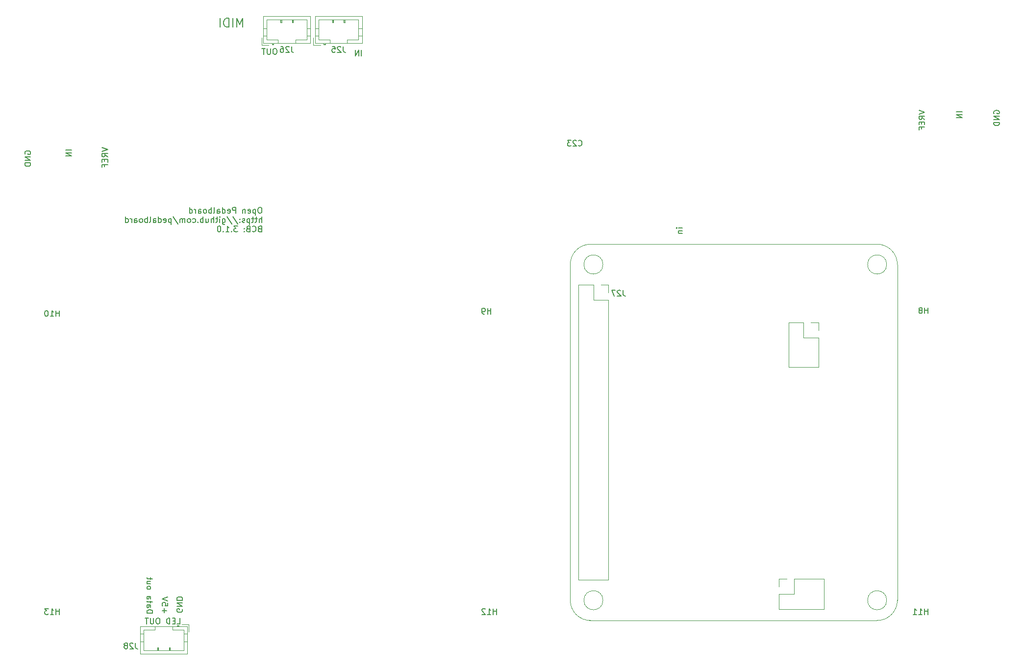
<source format=gbo>
G04 #@! TF.GenerationSoftware,KiCad,Pcbnew,7.0.9-7.0.9~ubuntu23.04.1*
G04 #@! TF.CreationDate,2023-12-04T22:03:07+00:00*
G04 #@! TF.ProjectId,pedalboard-hw,70656461-6c62-46f6-9172-642d68772e6b,3.1.0*
G04 #@! TF.SameCoordinates,Original*
G04 #@! TF.FileFunction,Legend,Bot*
G04 #@! TF.FilePolarity,Positive*
%FSLAX46Y46*%
G04 Gerber Fmt 4.6, Leading zero omitted, Abs format (unit mm)*
G04 Created by KiCad (PCBNEW 7.0.9-7.0.9~ubuntu23.04.1) date 2023-12-04 22:03:07*
%MOMM*%
%LPD*%
G01*
G04 APERTURE LIST*
%ADD10C,0.150000*%
%ADD11C,0.120000*%
%ADD12C,0.100000*%
%ADD13C,2.700000*%
%ADD14O,1.200000X2.200000*%
%ADD15O,2.200000X1.200000*%
%ADD16C,3.000000*%
%ADD17R,4.400000X1.800000*%
%ADD18O,4.000000X1.800000*%
%ADD19O,1.800000X4.000000*%
%ADD20R,2.600000X2.600000*%
%ADD21C,2.600000*%
%ADD22R,1.350000X1.350000*%
%ADD23O,1.350000X1.350000*%
%ADD24R,1.700000X1.700000*%
%ADD25O,1.700000X1.700000*%
%ADD26C,0.600000*%
%ADD27R,0.840000X0.840000*%
%ADD28C,0.840000*%
%ADD29O,1.850000X0.850000*%
%ADD30R,2.000000X2.000000*%
%ADD31C,2.000000*%
%ADD32C,3.200000*%
%ADD33C,6.100000*%
%ADD34C,6.000000*%
%ADD35O,1.200000X1.750000*%
G04 APERTURE END LIST*
D10*
X20817438Y-44440588D02*
X20769819Y-44345350D01*
X20769819Y-44345350D02*
X20769819Y-44202493D01*
X20769819Y-44202493D02*
X20817438Y-44059636D01*
X20817438Y-44059636D02*
X20912676Y-43964398D01*
X20912676Y-43964398D02*
X21007914Y-43916779D01*
X21007914Y-43916779D02*
X21198390Y-43869160D01*
X21198390Y-43869160D02*
X21341247Y-43869160D01*
X21341247Y-43869160D02*
X21531723Y-43916779D01*
X21531723Y-43916779D02*
X21626961Y-43964398D01*
X21626961Y-43964398D02*
X21722200Y-44059636D01*
X21722200Y-44059636D02*
X21769819Y-44202493D01*
X21769819Y-44202493D02*
X21769819Y-44297731D01*
X21769819Y-44297731D02*
X21722200Y-44440588D01*
X21722200Y-44440588D02*
X21674580Y-44488207D01*
X21674580Y-44488207D02*
X21341247Y-44488207D01*
X21341247Y-44488207D02*
X21341247Y-44297731D01*
X21769819Y-44916779D02*
X20769819Y-44916779D01*
X20769819Y-44916779D02*
X21769819Y-45488207D01*
X21769819Y-45488207D02*
X20769819Y-45488207D01*
X21769819Y-45964398D02*
X20769819Y-45964398D01*
X20769819Y-45964398D02*
X20769819Y-46202493D01*
X20769819Y-46202493D02*
X20817438Y-46345350D01*
X20817438Y-46345350D02*
X20912676Y-46440588D01*
X20912676Y-46440588D02*
X21007914Y-46488207D01*
X21007914Y-46488207D02*
X21198390Y-46535826D01*
X21198390Y-46535826D02*
X21341247Y-46535826D01*
X21341247Y-46535826D02*
X21531723Y-46488207D01*
X21531723Y-46488207D02*
X21626961Y-46440588D01*
X21626961Y-46440588D02*
X21722200Y-46345350D01*
X21722200Y-46345350D02*
X21769819Y-46202493D01*
X21769819Y-46202493D02*
X21769819Y-45964398D01*
X47962561Y-123029411D02*
X48010180Y-123124649D01*
X48010180Y-123124649D02*
X48010180Y-123267506D01*
X48010180Y-123267506D02*
X47962561Y-123410363D01*
X47962561Y-123410363D02*
X47867323Y-123505601D01*
X47867323Y-123505601D02*
X47772085Y-123553220D01*
X47772085Y-123553220D02*
X47581609Y-123600839D01*
X47581609Y-123600839D02*
X47438752Y-123600839D01*
X47438752Y-123600839D02*
X47248276Y-123553220D01*
X47248276Y-123553220D02*
X47153038Y-123505601D01*
X47153038Y-123505601D02*
X47057800Y-123410363D01*
X47057800Y-123410363D02*
X47010180Y-123267506D01*
X47010180Y-123267506D02*
X47010180Y-123172268D01*
X47010180Y-123172268D02*
X47057800Y-123029411D01*
X47057800Y-123029411D02*
X47105419Y-122981792D01*
X47105419Y-122981792D02*
X47438752Y-122981792D01*
X47438752Y-122981792D02*
X47438752Y-123172268D01*
X47010180Y-122553220D02*
X48010180Y-122553220D01*
X48010180Y-122553220D02*
X47010180Y-121981792D01*
X47010180Y-121981792D02*
X48010180Y-121981792D01*
X47010180Y-121505601D02*
X48010180Y-121505601D01*
X48010180Y-121505601D02*
X48010180Y-121267506D01*
X48010180Y-121267506D02*
X47962561Y-121124649D01*
X47962561Y-121124649D02*
X47867323Y-121029411D01*
X47867323Y-121029411D02*
X47772085Y-120981792D01*
X47772085Y-120981792D02*
X47581609Y-120934173D01*
X47581609Y-120934173D02*
X47438752Y-120934173D01*
X47438752Y-120934173D02*
X47248276Y-120981792D01*
X47248276Y-120981792D02*
X47153038Y-121029411D01*
X47153038Y-121029411D02*
X47057800Y-121124649D01*
X47057800Y-121124649D02*
X47010180Y-121267506D01*
X47010180Y-121267506D02*
X47010180Y-121505601D01*
X41840180Y-123723220D02*
X42840180Y-123723220D01*
X42840180Y-123723220D02*
X42840180Y-123485125D01*
X42840180Y-123485125D02*
X42792561Y-123342268D01*
X42792561Y-123342268D02*
X42697323Y-123247030D01*
X42697323Y-123247030D02*
X42602085Y-123199411D01*
X42602085Y-123199411D02*
X42411609Y-123151792D01*
X42411609Y-123151792D02*
X42268752Y-123151792D01*
X42268752Y-123151792D02*
X42078276Y-123199411D01*
X42078276Y-123199411D02*
X41983038Y-123247030D01*
X41983038Y-123247030D02*
X41887800Y-123342268D01*
X41887800Y-123342268D02*
X41840180Y-123485125D01*
X41840180Y-123485125D02*
X41840180Y-123723220D01*
X41840180Y-122294649D02*
X42363990Y-122294649D01*
X42363990Y-122294649D02*
X42459228Y-122342268D01*
X42459228Y-122342268D02*
X42506847Y-122437506D01*
X42506847Y-122437506D02*
X42506847Y-122627982D01*
X42506847Y-122627982D02*
X42459228Y-122723220D01*
X41887800Y-122294649D02*
X41840180Y-122389887D01*
X41840180Y-122389887D02*
X41840180Y-122627982D01*
X41840180Y-122627982D02*
X41887800Y-122723220D01*
X41887800Y-122723220D02*
X41983038Y-122770839D01*
X41983038Y-122770839D02*
X42078276Y-122770839D01*
X42078276Y-122770839D02*
X42173514Y-122723220D01*
X42173514Y-122723220D02*
X42221133Y-122627982D01*
X42221133Y-122627982D02*
X42221133Y-122389887D01*
X42221133Y-122389887D02*
X42268752Y-122294649D01*
X42506847Y-121961315D02*
X42506847Y-121580363D01*
X42840180Y-121818458D02*
X41983038Y-121818458D01*
X41983038Y-121818458D02*
X41887800Y-121770839D01*
X41887800Y-121770839D02*
X41840180Y-121675601D01*
X41840180Y-121675601D02*
X41840180Y-121580363D01*
X41840180Y-120818458D02*
X42363990Y-120818458D01*
X42363990Y-120818458D02*
X42459228Y-120866077D01*
X42459228Y-120866077D02*
X42506847Y-120961315D01*
X42506847Y-120961315D02*
X42506847Y-121151791D01*
X42506847Y-121151791D02*
X42459228Y-121247029D01*
X41887800Y-120818458D02*
X41840180Y-120913696D01*
X41840180Y-120913696D02*
X41840180Y-121151791D01*
X41840180Y-121151791D02*
X41887800Y-121247029D01*
X41887800Y-121247029D02*
X41983038Y-121294648D01*
X41983038Y-121294648D02*
X42078276Y-121294648D01*
X42078276Y-121294648D02*
X42173514Y-121247029D01*
X42173514Y-121247029D02*
X42221133Y-121151791D01*
X42221133Y-121151791D02*
X42221133Y-120913696D01*
X42221133Y-120913696D02*
X42268752Y-120818458D01*
X41840180Y-119437505D02*
X41887800Y-119532743D01*
X41887800Y-119532743D02*
X41935419Y-119580362D01*
X41935419Y-119580362D02*
X42030657Y-119627981D01*
X42030657Y-119627981D02*
X42316371Y-119627981D01*
X42316371Y-119627981D02*
X42411609Y-119580362D01*
X42411609Y-119580362D02*
X42459228Y-119532743D01*
X42459228Y-119532743D02*
X42506847Y-119437505D01*
X42506847Y-119437505D02*
X42506847Y-119294648D01*
X42506847Y-119294648D02*
X42459228Y-119199410D01*
X42459228Y-119199410D02*
X42411609Y-119151791D01*
X42411609Y-119151791D02*
X42316371Y-119104172D01*
X42316371Y-119104172D02*
X42030657Y-119104172D01*
X42030657Y-119104172D02*
X41935419Y-119151791D01*
X41935419Y-119151791D02*
X41887800Y-119199410D01*
X41887800Y-119199410D02*
X41840180Y-119294648D01*
X41840180Y-119294648D02*
X41840180Y-119437505D01*
X42506847Y-118247029D02*
X41840180Y-118247029D01*
X42506847Y-118675600D02*
X41983038Y-118675600D01*
X41983038Y-118675600D02*
X41887800Y-118627981D01*
X41887800Y-118627981D02*
X41840180Y-118532743D01*
X41840180Y-118532743D02*
X41840180Y-118389886D01*
X41840180Y-118389886D02*
X41887800Y-118294648D01*
X41887800Y-118294648D02*
X41935419Y-118247029D01*
X42506847Y-117913695D02*
X42506847Y-117532743D01*
X42840180Y-117770838D02*
X41983038Y-117770838D01*
X41983038Y-117770838D02*
X41887800Y-117723219D01*
X41887800Y-117723219D02*
X41840180Y-117627981D01*
X41840180Y-117627981D02*
X41840180Y-117532743D01*
X78923220Y-27429819D02*
X78923220Y-26429819D01*
X78447030Y-27429819D02*
X78447030Y-26429819D01*
X78447030Y-26429819D02*
X77875602Y-27429819D01*
X77875602Y-27429819D02*
X77875602Y-26429819D01*
X188147438Y-37436588D02*
X188099819Y-37341350D01*
X188099819Y-37341350D02*
X188099819Y-37198493D01*
X188099819Y-37198493D02*
X188147438Y-37055636D01*
X188147438Y-37055636D02*
X188242676Y-36960398D01*
X188242676Y-36960398D02*
X188337914Y-36912779D01*
X188337914Y-36912779D02*
X188528390Y-36865160D01*
X188528390Y-36865160D02*
X188671247Y-36865160D01*
X188671247Y-36865160D02*
X188861723Y-36912779D01*
X188861723Y-36912779D02*
X188956961Y-36960398D01*
X188956961Y-36960398D02*
X189052200Y-37055636D01*
X189052200Y-37055636D02*
X189099819Y-37198493D01*
X189099819Y-37198493D02*
X189099819Y-37293731D01*
X189099819Y-37293731D02*
X189052200Y-37436588D01*
X189052200Y-37436588D02*
X189004580Y-37484207D01*
X189004580Y-37484207D02*
X188671247Y-37484207D01*
X188671247Y-37484207D02*
X188671247Y-37293731D01*
X189099819Y-37912779D02*
X188099819Y-37912779D01*
X188099819Y-37912779D02*
X189099819Y-38484207D01*
X189099819Y-38484207D02*
X188099819Y-38484207D01*
X189099819Y-38960398D02*
X188099819Y-38960398D01*
X188099819Y-38960398D02*
X188099819Y-39198493D01*
X188099819Y-39198493D02*
X188147438Y-39341350D01*
X188147438Y-39341350D02*
X188242676Y-39436588D01*
X188242676Y-39436588D02*
X188337914Y-39484207D01*
X188337914Y-39484207D02*
X188528390Y-39531826D01*
X188528390Y-39531826D02*
X188671247Y-39531826D01*
X188671247Y-39531826D02*
X188861723Y-39484207D01*
X188861723Y-39484207D02*
X188956961Y-39436588D01*
X188956961Y-39436588D02*
X189052200Y-39341350D01*
X189052200Y-39341350D02*
X189099819Y-39198493D01*
X189099819Y-39198493D02*
X189099819Y-38960398D01*
X61472744Y-53649819D02*
X61282268Y-53649819D01*
X61282268Y-53649819D02*
X61187030Y-53697438D01*
X61187030Y-53697438D02*
X61091792Y-53792676D01*
X61091792Y-53792676D02*
X61044173Y-53983152D01*
X61044173Y-53983152D02*
X61044173Y-54316485D01*
X61044173Y-54316485D02*
X61091792Y-54506961D01*
X61091792Y-54506961D02*
X61187030Y-54602200D01*
X61187030Y-54602200D02*
X61282268Y-54649819D01*
X61282268Y-54649819D02*
X61472744Y-54649819D01*
X61472744Y-54649819D02*
X61567982Y-54602200D01*
X61567982Y-54602200D02*
X61663220Y-54506961D01*
X61663220Y-54506961D02*
X61710839Y-54316485D01*
X61710839Y-54316485D02*
X61710839Y-53983152D01*
X61710839Y-53983152D02*
X61663220Y-53792676D01*
X61663220Y-53792676D02*
X61567982Y-53697438D01*
X61567982Y-53697438D02*
X61472744Y-53649819D01*
X60615601Y-53983152D02*
X60615601Y-54983152D01*
X60615601Y-54030771D02*
X60520363Y-53983152D01*
X60520363Y-53983152D02*
X60329887Y-53983152D01*
X60329887Y-53983152D02*
X60234649Y-54030771D01*
X60234649Y-54030771D02*
X60187030Y-54078390D01*
X60187030Y-54078390D02*
X60139411Y-54173628D01*
X60139411Y-54173628D02*
X60139411Y-54459342D01*
X60139411Y-54459342D02*
X60187030Y-54554580D01*
X60187030Y-54554580D02*
X60234649Y-54602200D01*
X60234649Y-54602200D02*
X60329887Y-54649819D01*
X60329887Y-54649819D02*
X60520363Y-54649819D01*
X60520363Y-54649819D02*
X60615601Y-54602200D01*
X59329887Y-54602200D02*
X59425125Y-54649819D01*
X59425125Y-54649819D02*
X59615601Y-54649819D01*
X59615601Y-54649819D02*
X59710839Y-54602200D01*
X59710839Y-54602200D02*
X59758458Y-54506961D01*
X59758458Y-54506961D02*
X59758458Y-54126009D01*
X59758458Y-54126009D02*
X59710839Y-54030771D01*
X59710839Y-54030771D02*
X59615601Y-53983152D01*
X59615601Y-53983152D02*
X59425125Y-53983152D01*
X59425125Y-53983152D02*
X59329887Y-54030771D01*
X59329887Y-54030771D02*
X59282268Y-54126009D01*
X59282268Y-54126009D02*
X59282268Y-54221247D01*
X59282268Y-54221247D02*
X59758458Y-54316485D01*
X58853696Y-53983152D02*
X58853696Y-54649819D01*
X58853696Y-54078390D02*
X58806077Y-54030771D01*
X58806077Y-54030771D02*
X58710839Y-53983152D01*
X58710839Y-53983152D02*
X58567982Y-53983152D01*
X58567982Y-53983152D02*
X58472744Y-54030771D01*
X58472744Y-54030771D02*
X58425125Y-54126009D01*
X58425125Y-54126009D02*
X58425125Y-54649819D01*
X57187029Y-54649819D02*
X57187029Y-53649819D01*
X57187029Y-53649819D02*
X56806077Y-53649819D01*
X56806077Y-53649819D02*
X56710839Y-53697438D01*
X56710839Y-53697438D02*
X56663220Y-53745057D01*
X56663220Y-53745057D02*
X56615601Y-53840295D01*
X56615601Y-53840295D02*
X56615601Y-53983152D01*
X56615601Y-53983152D02*
X56663220Y-54078390D01*
X56663220Y-54078390D02*
X56710839Y-54126009D01*
X56710839Y-54126009D02*
X56806077Y-54173628D01*
X56806077Y-54173628D02*
X57187029Y-54173628D01*
X55806077Y-54602200D02*
X55901315Y-54649819D01*
X55901315Y-54649819D02*
X56091791Y-54649819D01*
X56091791Y-54649819D02*
X56187029Y-54602200D01*
X56187029Y-54602200D02*
X56234648Y-54506961D01*
X56234648Y-54506961D02*
X56234648Y-54126009D01*
X56234648Y-54126009D02*
X56187029Y-54030771D01*
X56187029Y-54030771D02*
X56091791Y-53983152D01*
X56091791Y-53983152D02*
X55901315Y-53983152D01*
X55901315Y-53983152D02*
X55806077Y-54030771D01*
X55806077Y-54030771D02*
X55758458Y-54126009D01*
X55758458Y-54126009D02*
X55758458Y-54221247D01*
X55758458Y-54221247D02*
X56234648Y-54316485D01*
X54901315Y-54649819D02*
X54901315Y-53649819D01*
X54901315Y-54602200D02*
X54996553Y-54649819D01*
X54996553Y-54649819D02*
X55187029Y-54649819D01*
X55187029Y-54649819D02*
X55282267Y-54602200D01*
X55282267Y-54602200D02*
X55329886Y-54554580D01*
X55329886Y-54554580D02*
X55377505Y-54459342D01*
X55377505Y-54459342D02*
X55377505Y-54173628D01*
X55377505Y-54173628D02*
X55329886Y-54078390D01*
X55329886Y-54078390D02*
X55282267Y-54030771D01*
X55282267Y-54030771D02*
X55187029Y-53983152D01*
X55187029Y-53983152D02*
X54996553Y-53983152D01*
X54996553Y-53983152D02*
X54901315Y-54030771D01*
X53996553Y-54649819D02*
X53996553Y-54126009D01*
X53996553Y-54126009D02*
X54044172Y-54030771D01*
X54044172Y-54030771D02*
X54139410Y-53983152D01*
X54139410Y-53983152D02*
X54329886Y-53983152D01*
X54329886Y-53983152D02*
X54425124Y-54030771D01*
X53996553Y-54602200D02*
X54091791Y-54649819D01*
X54091791Y-54649819D02*
X54329886Y-54649819D01*
X54329886Y-54649819D02*
X54425124Y-54602200D01*
X54425124Y-54602200D02*
X54472743Y-54506961D01*
X54472743Y-54506961D02*
X54472743Y-54411723D01*
X54472743Y-54411723D02*
X54425124Y-54316485D01*
X54425124Y-54316485D02*
X54329886Y-54268866D01*
X54329886Y-54268866D02*
X54091791Y-54268866D01*
X54091791Y-54268866D02*
X53996553Y-54221247D01*
X53377505Y-54649819D02*
X53472743Y-54602200D01*
X53472743Y-54602200D02*
X53520362Y-54506961D01*
X53520362Y-54506961D02*
X53520362Y-53649819D01*
X52996552Y-54649819D02*
X52996552Y-53649819D01*
X52996552Y-54030771D02*
X52901314Y-53983152D01*
X52901314Y-53983152D02*
X52710838Y-53983152D01*
X52710838Y-53983152D02*
X52615600Y-54030771D01*
X52615600Y-54030771D02*
X52567981Y-54078390D01*
X52567981Y-54078390D02*
X52520362Y-54173628D01*
X52520362Y-54173628D02*
X52520362Y-54459342D01*
X52520362Y-54459342D02*
X52567981Y-54554580D01*
X52567981Y-54554580D02*
X52615600Y-54602200D01*
X52615600Y-54602200D02*
X52710838Y-54649819D01*
X52710838Y-54649819D02*
X52901314Y-54649819D01*
X52901314Y-54649819D02*
X52996552Y-54602200D01*
X51948933Y-54649819D02*
X52044171Y-54602200D01*
X52044171Y-54602200D02*
X52091790Y-54554580D01*
X52091790Y-54554580D02*
X52139409Y-54459342D01*
X52139409Y-54459342D02*
X52139409Y-54173628D01*
X52139409Y-54173628D02*
X52091790Y-54078390D01*
X52091790Y-54078390D02*
X52044171Y-54030771D01*
X52044171Y-54030771D02*
X51948933Y-53983152D01*
X51948933Y-53983152D02*
X51806076Y-53983152D01*
X51806076Y-53983152D02*
X51710838Y-54030771D01*
X51710838Y-54030771D02*
X51663219Y-54078390D01*
X51663219Y-54078390D02*
X51615600Y-54173628D01*
X51615600Y-54173628D02*
X51615600Y-54459342D01*
X51615600Y-54459342D02*
X51663219Y-54554580D01*
X51663219Y-54554580D02*
X51710838Y-54602200D01*
X51710838Y-54602200D02*
X51806076Y-54649819D01*
X51806076Y-54649819D02*
X51948933Y-54649819D01*
X50758457Y-54649819D02*
X50758457Y-54126009D01*
X50758457Y-54126009D02*
X50806076Y-54030771D01*
X50806076Y-54030771D02*
X50901314Y-53983152D01*
X50901314Y-53983152D02*
X51091790Y-53983152D01*
X51091790Y-53983152D02*
X51187028Y-54030771D01*
X50758457Y-54602200D02*
X50853695Y-54649819D01*
X50853695Y-54649819D02*
X51091790Y-54649819D01*
X51091790Y-54649819D02*
X51187028Y-54602200D01*
X51187028Y-54602200D02*
X51234647Y-54506961D01*
X51234647Y-54506961D02*
X51234647Y-54411723D01*
X51234647Y-54411723D02*
X51187028Y-54316485D01*
X51187028Y-54316485D02*
X51091790Y-54268866D01*
X51091790Y-54268866D02*
X50853695Y-54268866D01*
X50853695Y-54268866D02*
X50758457Y-54221247D01*
X50282266Y-54649819D02*
X50282266Y-53983152D01*
X50282266Y-54173628D02*
X50234647Y-54078390D01*
X50234647Y-54078390D02*
X50187028Y-54030771D01*
X50187028Y-54030771D02*
X50091790Y-53983152D01*
X50091790Y-53983152D02*
X49996552Y-53983152D01*
X49234647Y-54649819D02*
X49234647Y-53649819D01*
X49234647Y-54602200D02*
X49329885Y-54649819D01*
X49329885Y-54649819D02*
X49520361Y-54649819D01*
X49520361Y-54649819D02*
X49615599Y-54602200D01*
X49615599Y-54602200D02*
X49663218Y-54554580D01*
X49663218Y-54554580D02*
X49710837Y-54459342D01*
X49710837Y-54459342D02*
X49710837Y-54173628D01*
X49710837Y-54173628D02*
X49663218Y-54078390D01*
X49663218Y-54078390D02*
X49615599Y-54030771D01*
X49615599Y-54030771D02*
X49520361Y-53983152D01*
X49520361Y-53983152D02*
X49329885Y-53983152D01*
X49329885Y-53983152D02*
X49234647Y-54030771D01*
X61663220Y-56259819D02*
X61663220Y-55259819D01*
X61234649Y-56259819D02*
X61234649Y-55736009D01*
X61234649Y-55736009D02*
X61282268Y-55640771D01*
X61282268Y-55640771D02*
X61377506Y-55593152D01*
X61377506Y-55593152D02*
X61520363Y-55593152D01*
X61520363Y-55593152D02*
X61615601Y-55640771D01*
X61615601Y-55640771D02*
X61663220Y-55688390D01*
X60901315Y-55593152D02*
X60520363Y-55593152D01*
X60758458Y-55259819D02*
X60758458Y-56116961D01*
X60758458Y-56116961D02*
X60710839Y-56212200D01*
X60710839Y-56212200D02*
X60615601Y-56259819D01*
X60615601Y-56259819D02*
X60520363Y-56259819D01*
X60329886Y-55593152D02*
X59948934Y-55593152D01*
X60187029Y-55259819D02*
X60187029Y-56116961D01*
X60187029Y-56116961D02*
X60139410Y-56212200D01*
X60139410Y-56212200D02*
X60044172Y-56259819D01*
X60044172Y-56259819D02*
X59948934Y-56259819D01*
X59615600Y-55593152D02*
X59615600Y-56593152D01*
X59615600Y-55640771D02*
X59520362Y-55593152D01*
X59520362Y-55593152D02*
X59329886Y-55593152D01*
X59329886Y-55593152D02*
X59234648Y-55640771D01*
X59234648Y-55640771D02*
X59187029Y-55688390D01*
X59187029Y-55688390D02*
X59139410Y-55783628D01*
X59139410Y-55783628D02*
X59139410Y-56069342D01*
X59139410Y-56069342D02*
X59187029Y-56164580D01*
X59187029Y-56164580D02*
X59234648Y-56212200D01*
X59234648Y-56212200D02*
X59329886Y-56259819D01*
X59329886Y-56259819D02*
X59520362Y-56259819D01*
X59520362Y-56259819D02*
X59615600Y-56212200D01*
X58758457Y-56212200D02*
X58663219Y-56259819D01*
X58663219Y-56259819D02*
X58472743Y-56259819D01*
X58472743Y-56259819D02*
X58377505Y-56212200D01*
X58377505Y-56212200D02*
X58329886Y-56116961D01*
X58329886Y-56116961D02*
X58329886Y-56069342D01*
X58329886Y-56069342D02*
X58377505Y-55974104D01*
X58377505Y-55974104D02*
X58472743Y-55926485D01*
X58472743Y-55926485D02*
X58615600Y-55926485D01*
X58615600Y-55926485D02*
X58710838Y-55878866D01*
X58710838Y-55878866D02*
X58758457Y-55783628D01*
X58758457Y-55783628D02*
X58758457Y-55736009D01*
X58758457Y-55736009D02*
X58710838Y-55640771D01*
X58710838Y-55640771D02*
X58615600Y-55593152D01*
X58615600Y-55593152D02*
X58472743Y-55593152D01*
X58472743Y-55593152D02*
X58377505Y-55640771D01*
X57901314Y-56164580D02*
X57853695Y-56212200D01*
X57853695Y-56212200D02*
X57901314Y-56259819D01*
X57901314Y-56259819D02*
X57948933Y-56212200D01*
X57948933Y-56212200D02*
X57901314Y-56164580D01*
X57901314Y-56164580D02*
X57901314Y-56259819D01*
X57901314Y-55640771D02*
X57853695Y-55688390D01*
X57853695Y-55688390D02*
X57901314Y-55736009D01*
X57901314Y-55736009D02*
X57948933Y-55688390D01*
X57948933Y-55688390D02*
X57901314Y-55640771D01*
X57901314Y-55640771D02*
X57901314Y-55736009D01*
X56710839Y-55212200D02*
X57567981Y-56497914D01*
X55663220Y-55212200D02*
X56520362Y-56497914D01*
X54901315Y-55593152D02*
X54901315Y-56402676D01*
X54901315Y-56402676D02*
X54948934Y-56497914D01*
X54948934Y-56497914D02*
X54996553Y-56545533D01*
X54996553Y-56545533D02*
X55091791Y-56593152D01*
X55091791Y-56593152D02*
X55234648Y-56593152D01*
X55234648Y-56593152D02*
X55329886Y-56545533D01*
X54901315Y-56212200D02*
X54996553Y-56259819D01*
X54996553Y-56259819D02*
X55187029Y-56259819D01*
X55187029Y-56259819D02*
X55282267Y-56212200D01*
X55282267Y-56212200D02*
X55329886Y-56164580D01*
X55329886Y-56164580D02*
X55377505Y-56069342D01*
X55377505Y-56069342D02*
X55377505Y-55783628D01*
X55377505Y-55783628D02*
X55329886Y-55688390D01*
X55329886Y-55688390D02*
X55282267Y-55640771D01*
X55282267Y-55640771D02*
X55187029Y-55593152D01*
X55187029Y-55593152D02*
X54996553Y-55593152D01*
X54996553Y-55593152D02*
X54901315Y-55640771D01*
X54425124Y-56259819D02*
X54425124Y-55593152D01*
X54425124Y-55259819D02*
X54472743Y-55307438D01*
X54472743Y-55307438D02*
X54425124Y-55355057D01*
X54425124Y-55355057D02*
X54377505Y-55307438D01*
X54377505Y-55307438D02*
X54425124Y-55259819D01*
X54425124Y-55259819D02*
X54425124Y-55355057D01*
X54091791Y-55593152D02*
X53710839Y-55593152D01*
X53948934Y-55259819D02*
X53948934Y-56116961D01*
X53948934Y-56116961D02*
X53901315Y-56212200D01*
X53901315Y-56212200D02*
X53806077Y-56259819D01*
X53806077Y-56259819D02*
X53710839Y-56259819D01*
X53377505Y-56259819D02*
X53377505Y-55259819D01*
X52948934Y-56259819D02*
X52948934Y-55736009D01*
X52948934Y-55736009D02*
X52996553Y-55640771D01*
X52996553Y-55640771D02*
X53091791Y-55593152D01*
X53091791Y-55593152D02*
X53234648Y-55593152D01*
X53234648Y-55593152D02*
X53329886Y-55640771D01*
X53329886Y-55640771D02*
X53377505Y-55688390D01*
X52044172Y-55593152D02*
X52044172Y-56259819D01*
X52472743Y-55593152D02*
X52472743Y-56116961D01*
X52472743Y-56116961D02*
X52425124Y-56212200D01*
X52425124Y-56212200D02*
X52329886Y-56259819D01*
X52329886Y-56259819D02*
X52187029Y-56259819D01*
X52187029Y-56259819D02*
X52091791Y-56212200D01*
X52091791Y-56212200D02*
X52044172Y-56164580D01*
X51567981Y-56259819D02*
X51567981Y-55259819D01*
X51567981Y-55640771D02*
X51472743Y-55593152D01*
X51472743Y-55593152D02*
X51282267Y-55593152D01*
X51282267Y-55593152D02*
X51187029Y-55640771D01*
X51187029Y-55640771D02*
X51139410Y-55688390D01*
X51139410Y-55688390D02*
X51091791Y-55783628D01*
X51091791Y-55783628D02*
X51091791Y-56069342D01*
X51091791Y-56069342D02*
X51139410Y-56164580D01*
X51139410Y-56164580D02*
X51187029Y-56212200D01*
X51187029Y-56212200D02*
X51282267Y-56259819D01*
X51282267Y-56259819D02*
X51472743Y-56259819D01*
X51472743Y-56259819D02*
X51567981Y-56212200D01*
X50663219Y-56164580D02*
X50615600Y-56212200D01*
X50615600Y-56212200D02*
X50663219Y-56259819D01*
X50663219Y-56259819D02*
X50710838Y-56212200D01*
X50710838Y-56212200D02*
X50663219Y-56164580D01*
X50663219Y-56164580D02*
X50663219Y-56259819D01*
X49758458Y-56212200D02*
X49853696Y-56259819D01*
X49853696Y-56259819D02*
X50044172Y-56259819D01*
X50044172Y-56259819D02*
X50139410Y-56212200D01*
X50139410Y-56212200D02*
X50187029Y-56164580D01*
X50187029Y-56164580D02*
X50234648Y-56069342D01*
X50234648Y-56069342D02*
X50234648Y-55783628D01*
X50234648Y-55783628D02*
X50187029Y-55688390D01*
X50187029Y-55688390D02*
X50139410Y-55640771D01*
X50139410Y-55640771D02*
X50044172Y-55593152D01*
X50044172Y-55593152D02*
X49853696Y-55593152D01*
X49853696Y-55593152D02*
X49758458Y-55640771D01*
X49187029Y-56259819D02*
X49282267Y-56212200D01*
X49282267Y-56212200D02*
X49329886Y-56164580D01*
X49329886Y-56164580D02*
X49377505Y-56069342D01*
X49377505Y-56069342D02*
X49377505Y-55783628D01*
X49377505Y-55783628D02*
X49329886Y-55688390D01*
X49329886Y-55688390D02*
X49282267Y-55640771D01*
X49282267Y-55640771D02*
X49187029Y-55593152D01*
X49187029Y-55593152D02*
X49044172Y-55593152D01*
X49044172Y-55593152D02*
X48948934Y-55640771D01*
X48948934Y-55640771D02*
X48901315Y-55688390D01*
X48901315Y-55688390D02*
X48853696Y-55783628D01*
X48853696Y-55783628D02*
X48853696Y-56069342D01*
X48853696Y-56069342D02*
X48901315Y-56164580D01*
X48901315Y-56164580D02*
X48948934Y-56212200D01*
X48948934Y-56212200D02*
X49044172Y-56259819D01*
X49044172Y-56259819D02*
X49187029Y-56259819D01*
X48425124Y-56259819D02*
X48425124Y-55593152D01*
X48425124Y-55688390D02*
X48377505Y-55640771D01*
X48377505Y-55640771D02*
X48282267Y-55593152D01*
X48282267Y-55593152D02*
X48139410Y-55593152D01*
X48139410Y-55593152D02*
X48044172Y-55640771D01*
X48044172Y-55640771D02*
X47996553Y-55736009D01*
X47996553Y-55736009D02*
X47996553Y-56259819D01*
X47996553Y-55736009D02*
X47948934Y-55640771D01*
X47948934Y-55640771D02*
X47853696Y-55593152D01*
X47853696Y-55593152D02*
X47710839Y-55593152D01*
X47710839Y-55593152D02*
X47615600Y-55640771D01*
X47615600Y-55640771D02*
X47567981Y-55736009D01*
X47567981Y-55736009D02*
X47567981Y-56259819D01*
X46377506Y-55212200D02*
X47234648Y-56497914D01*
X46044172Y-55593152D02*
X46044172Y-56593152D01*
X46044172Y-55640771D02*
X45948934Y-55593152D01*
X45948934Y-55593152D02*
X45758458Y-55593152D01*
X45758458Y-55593152D02*
X45663220Y-55640771D01*
X45663220Y-55640771D02*
X45615601Y-55688390D01*
X45615601Y-55688390D02*
X45567982Y-55783628D01*
X45567982Y-55783628D02*
X45567982Y-56069342D01*
X45567982Y-56069342D02*
X45615601Y-56164580D01*
X45615601Y-56164580D02*
X45663220Y-56212200D01*
X45663220Y-56212200D02*
X45758458Y-56259819D01*
X45758458Y-56259819D02*
X45948934Y-56259819D01*
X45948934Y-56259819D02*
X46044172Y-56212200D01*
X44758458Y-56212200D02*
X44853696Y-56259819D01*
X44853696Y-56259819D02*
X45044172Y-56259819D01*
X45044172Y-56259819D02*
X45139410Y-56212200D01*
X45139410Y-56212200D02*
X45187029Y-56116961D01*
X45187029Y-56116961D02*
X45187029Y-55736009D01*
X45187029Y-55736009D02*
X45139410Y-55640771D01*
X45139410Y-55640771D02*
X45044172Y-55593152D01*
X45044172Y-55593152D02*
X44853696Y-55593152D01*
X44853696Y-55593152D02*
X44758458Y-55640771D01*
X44758458Y-55640771D02*
X44710839Y-55736009D01*
X44710839Y-55736009D02*
X44710839Y-55831247D01*
X44710839Y-55831247D02*
X45187029Y-55926485D01*
X43853696Y-56259819D02*
X43853696Y-55259819D01*
X43853696Y-56212200D02*
X43948934Y-56259819D01*
X43948934Y-56259819D02*
X44139410Y-56259819D01*
X44139410Y-56259819D02*
X44234648Y-56212200D01*
X44234648Y-56212200D02*
X44282267Y-56164580D01*
X44282267Y-56164580D02*
X44329886Y-56069342D01*
X44329886Y-56069342D02*
X44329886Y-55783628D01*
X44329886Y-55783628D02*
X44282267Y-55688390D01*
X44282267Y-55688390D02*
X44234648Y-55640771D01*
X44234648Y-55640771D02*
X44139410Y-55593152D01*
X44139410Y-55593152D02*
X43948934Y-55593152D01*
X43948934Y-55593152D02*
X43853696Y-55640771D01*
X42948934Y-56259819D02*
X42948934Y-55736009D01*
X42948934Y-55736009D02*
X42996553Y-55640771D01*
X42996553Y-55640771D02*
X43091791Y-55593152D01*
X43091791Y-55593152D02*
X43282267Y-55593152D01*
X43282267Y-55593152D02*
X43377505Y-55640771D01*
X42948934Y-56212200D02*
X43044172Y-56259819D01*
X43044172Y-56259819D02*
X43282267Y-56259819D01*
X43282267Y-56259819D02*
X43377505Y-56212200D01*
X43377505Y-56212200D02*
X43425124Y-56116961D01*
X43425124Y-56116961D02*
X43425124Y-56021723D01*
X43425124Y-56021723D02*
X43377505Y-55926485D01*
X43377505Y-55926485D02*
X43282267Y-55878866D01*
X43282267Y-55878866D02*
X43044172Y-55878866D01*
X43044172Y-55878866D02*
X42948934Y-55831247D01*
X42329886Y-56259819D02*
X42425124Y-56212200D01*
X42425124Y-56212200D02*
X42472743Y-56116961D01*
X42472743Y-56116961D02*
X42472743Y-55259819D01*
X41948933Y-56259819D02*
X41948933Y-55259819D01*
X41948933Y-55640771D02*
X41853695Y-55593152D01*
X41853695Y-55593152D02*
X41663219Y-55593152D01*
X41663219Y-55593152D02*
X41567981Y-55640771D01*
X41567981Y-55640771D02*
X41520362Y-55688390D01*
X41520362Y-55688390D02*
X41472743Y-55783628D01*
X41472743Y-55783628D02*
X41472743Y-56069342D01*
X41472743Y-56069342D02*
X41520362Y-56164580D01*
X41520362Y-56164580D02*
X41567981Y-56212200D01*
X41567981Y-56212200D02*
X41663219Y-56259819D01*
X41663219Y-56259819D02*
X41853695Y-56259819D01*
X41853695Y-56259819D02*
X41948933Y-56212200D01*
X40901314Y-56259819D02*
X40996552Y-56212200D01*
X40996552Y-56212200D02*
X41044171Y-56164580D01*
X41044171Y-56164580D02*
X41091790Y-56069342D01*
X41091790Y-56069342D02*
X41091790Y-55783628D01*
X41091790Y-55783628D02*
X41044171Y-55688390D01*
X41044171Y-55688390D02*
X40996552Y-55640771D01*
X40996552Y-55640771D02*
X40901314Y-55593152D01*
X40901314Y-55593152D02*
X40758457Y-55593152D01*
X40758457Y-55593152D02*
X40663219Y-55640771D01*
X40663219Y-55640771D02*
X40615600Y-55688390D01*
X40615600Y-55688390D02*
X40567981Y-55783628D01*
X40567981Y-55783628D02*
X40567981Y-56069342D01*
X40567981Y-56069342D02*
X40615600Y-56164580D01*
X40615600Y-56164580D02*
X40663219Y-56212200D01*
X40663219Y-56212200D02*
X40758457Y-56259819D01*
X40758457Y-56259819D02*
X40901314Y-56259819D01*
X39710838Y-56259819D02*
X39710838Y-55736009D01*
X39710838Y-55736009D02*
X39758457Y-55640771D01*
X39758457Y-55640771D02*
X39853695Y-55593152D01*
X39853695Y-55593152D02*
X40044171Y-55593152D01*
X40044171Y-55593152D02*
X40139409Y-55640771D01*
X39710838Y-56212200D02*
X39806076Y-56259819D01*
X39806076Y-56259819D02*
X40044171Y-56259819D01*
X40044171Y-56259819D02*
X40139409Y-56212200D01*
X40139409Y-56212200D02*
X40187028Y-56116961D01*
X40187028Y-56116961D02*
X40187028Y-56021723D01*
X40187028Y-56021723D02*
X40139409Y-55926485D01*
X40139409Y-55926485D02*
X40044171Y-55878866D01*
X40044171Y-55878866D02*
X39806076Y-55878866D01*
X39806076Y-55878866D02*
X39710838Y-55831247D01*
X39234647Y-56259819D02*
X39234647Y-55593152D01*
X39234647Y-55783628D02*
X39187028Y-55688390D01*
X39187028Y-55688390D02*
X39139409Y-55640771D01*
X39139409Y-55640771D02*
X39044171Y-55593152D01*
X39044171Y-55593152D02*
X38948933Y-55593152D01*
X38187028Y-56259819D02*
X38187028Y-55259819D01*
X38187028Y-56212200D02*
X38282266Y-56259819D01*
X38282266Y-56259819D02*
X38472742Y-56259819D01*
X38472742Y-56259819D02*
X38567980Y-56212200D01*
X38567980Y-56212200D02*
X38615599Y-56164580D01*
X38615599Y-56164580D02*
X38663218Y-56069342D01*
X38663218Y-56069342D02*
X38663218Y-55783628D01*
X38663218Y-55783628D02*
X38615599Y-55688390D01*
X38615599Y-55688390D02*
X38567980Y-55640771D01*
X38567980Y-55640771D02*
X38472742Y-55593152D01*
X38472742Y-55593152D02*
X38282266Y-55593152D01*
X38282266Y-55593152D02*
X38187028Y-55640771D01*
X61329887Y-57346009D02*
X61187030Y-57393628D01*
X61187030Y-57393628D02*
X61139411Y-57441247D01*
X61139411Y-57441247D02*
X61091792Y-57536485D01*
X61091792Y-57536485D02*
X61091792Y-57679342D01*
X61091792Y-57679342D02*
X61139411Y-57774580D01*
X61139411Y-57774580D02*
X61187030Y-57822200D01*
X61187030Y-57822200D02*
X61282268Y-57869819D01*
X61282268Y-57869819D02*
X61663220Y-57869819D01*
X61663220Y-57869819D02*
X61663220Y-56869819D01*
X61663220Y-56869819D02*
X61329887Y-56869819D01*
X61329887Y-56869819D02*
X61234649Y-56917438D01*
X61234649Y-56917438D02*
X61187030Y-56965057D01*
X61187030Y-56965057D02*
X61139411Y-57060295D01*
X61139411Y-57060295D02*
X61139411Y-57155533D01*
X61139411Y-57155533D02*
X61187030Y-57250771D01*
X61187030Y-57250771D02*
X61234649Y-57298390D01*
X61234649Y-57298390D02*
X61329887Y-57346009D01*
X61329887Y-57346009D02*
X61663220Y-57346009D01*
X60091792Y-57774580D02*
X60139411Y-57822200D01*
X60139411Y-57822200D02*
X60282268Y-57869819D01*
X60282268Y-57869819D02*
X60377506Y-57869819D01*
X60377506Y-57869819D02*
X60520363Y-57822200D01*
X60520363Y-57822200D02*
X60615601Y-57726961D01*
X60615601Y-57726961D02*
X60663220Y-57631723D01*
X60663220Y-57631723D02*
X60710839Y-57441247D01*
X60710839Y-57441247D02*
X60710839Y-57298390D01*
X60710839Y-57298390D02*
X60663220Y-57107914D01*
X60663220Y-57107914D02*
X60615601Y-57012676D01*
X60615601Y-57012676D02*
X60520363Y-56917438D01*
X60520363Y-56917438D02*
X60377506Y-56869819D01*
X60377506Y-56869819D02*
X60282268Y-56869819D01*
X60282268Y-56869819D02*
X60139411Y-56917438D01*
X60139411Y-56917438D02*
X60091792Y-56965057D01*
X59329887Y-57346009D02*
X59187030Y-57393628D01*
X59187030Y-57393628D02*
X59139411Y-57441247D01*
X59139411Y-57441247D02*
X59091792Y-57536485D01*
X59091792Y-57536485D02*
X59091792Y-57679342D01*
X59091792Y-57679342D02*
X59139411Y-57774580D01*
X59139411Y-57774580D02*
X59187030Y-57822200D01*
X59187030Y-57822200D02*
X59282268Y-57869819D01*
X59282268Y-57869819D02*
X59663220Y-57869819D01*
X59663220Y-57869819D02*
X59663220Y-56869819D01*
X59663220Y-56869819D02*
X59329887Y-56869819D01*
X59329887Y-56869819D02*
X59234649Y-56917438D01*
X59234649Y-56917438D02*
X59187030Y-56965057D01*
X59187030Y-56965057D02*
X59139411Y-57060295D01*
X59139411Y-57060295D02*
X59139411Y-57155533D01*
X59139411Y-57155533D02*
X59187030Y-57250771D01*
X59187030Y-57250771D02*
X59234649Y-57298390D01*
X59234649Y-57298390D02*
X59329887Y-57346009D01*
X59329887Y-57346009D02*
X59663220Y-57346009D01*
X58663220Y-57774580D02*
X58615601Y-57822200D01*
X58615601Y-57822200D02*
X58663220Y-57869819D01*
X58663220Y-57869819D02*
X58710839Y-57822200D01*
X58710839Y-57822200D02*
X58663220Y-57774580D01*
X58663220Y-57774580D02*
X58663220Y-57869819D01*
X58663220Y-57250771D02*
X58615601Y-57298390D01*
X58615601Y-57298390D02*
X58663220Y-57346009D01*
X58663220Y-57346009D02*
X58710839Y-57298390D01*
X58710839Y-57298390D02*
X58663220Y-57250771D01*
X58663220Y-57250771D02*
X58663220Y-57346009D01*
X57520363Y-56869819D02*
X56901316Y-56869819D01*
X56901316Y-56869819D02*
X57234649Y-57250771D01*
X57234649Y-57250771D02*
X57091792Y-57250771D01*
X57091792Y-57250771D02*
X56996554Y-57298390D01*
X56996554Y-57298390D02*
X56948935Y-57346009D01*
X56948935Y-57346009D02*
X56901316Y-57441247D01*
X56901316Y-57441247D02*
X56901316Y-57679342D01*
X56901316Y-57679342D02*
X56948935Y-57774580D01*
X56948935Y-57774580D02*
X56996554Y-57822200D01*
X56996554Y-57822200D02*
X57091792Y-57869819D01*
X57091792Y-57869819D02*
X57377506Y-57869819D01*
X57377506Y-57869819D02*
X57472744Y-57822200D01*
X57472744Y-57822200D02*
X57520363Y-57774580D01*
X56472744Y-57774580D02*
X56425125Y-57822200D01*
X56425125Y-57822200D02*
X56472744Y-57869819D01*
X56472744Y-57869819D02*
X56520363Y-57822200D01*
X56520363Y-57822200D02*
X56472744Y-57774580D01*
X56472744Y-57774580D02*
X56472744Y-57869819D01*
X55472745Y-57869819D02*
X56044173Y-57869819D01*
X55758459Y-57869819D02*
X55758459Y-56869819D01*
X55758459Y-56869819D02*
X55853697Y-57012676D01*
X55853697Y-57012676D02*
X55948935Y-57107914D01*
X55948935Y-57107914D02*
X56044173Y-57155533D01*
X55044173Y-57774580D02*
X54996554Y-57822200D01*
X54996554Y-57822200D02*
X55044173Y-57869819D01*
X55044173Y-57869819D02*
X55091792Y-57822200D01*
X55091792Y-57822200D02*
X55044173Y-57774580D01*
X55044173Y-57774580D02*
X55044173Y-57869819D01*
X54377507Y-56869819D02*
X54282269Y-56869819D01*
X54282269Y-56869819D02*
X54187031Y-56917438D01*
X54187031Y-56917438D02*
X54139412Y-56965057D01*
X54139412Y-56965057D02*
X54091793Y-57060295D01*
X54091793Y-57060295D02*
X54044174Y-57250771D01*
X54044174Y-57250771D02*
X54044174Y-57488866D01*
X54044174Y-57488866D02*
X54091793Y-57679342D01*
X54091793Y-57679342D02*
X54139412Y-57774580D01*
X54139412Y-57774580D02*
X54187031Y-57822200D01*
X54187031Y-57822200D02*
X54282269Y-57869819D01*
X54282269Y-57869819D02*
X54377507Y-57869819D01*
X54377507Y-57869819D02*
X54472745Y-57822200D01*
X54472745Y-57822200D02*
X54520364Y-57774580D01*
X54520364Y-57774580D02*
X54567983Y-57679342D01*
X54567983Y-57679342D02*
X54615602Y-57488866D01*
X54615602Y-57488866D02*
X54615602Y-57250771D01*
X54615602Y-57250771D02*
X54567983Y-57060295D01*
X54567983Y-57060295D02*
X54520364Y-56965057D01*
X54520364Y-56965057D02*
X54472745Y-56917438D01*
X54472745Y-56917438D02*
X54377507Y-56869819D01*
X34079819Y-43333922D02*
X35079819Y-43667255D01*
X35079819Y-43667255D02*
X34079819Y-44000588D01*
X35079819Y-44905350D02*
X34603628Y-44572017D01*
X35079819Y-44333922D02*
X34079819Y-44333922D01*
X34079819Y-44333922D02*
X34079819Y-44714874D01*
X34079819Y-44714874D02*
X34127438Y-44810112D01*
X34127438Y-44810112D02*
X34175057Y-44857731D01*
X34175057Y-44857731D02*
X34270295Y-44905350D01*
X34270295Y-44905350D02*
X34413152Y-44905350D01*
X34413152Y-44905350D02*
X34508390Y-44857731D01*
X34508390Y-44857731D02*
X34556009Y-44810112D01*
X34556009Y-44810112D02*
X34603628Y-44714874D01*
X34603628Y-44714874D02*
X34603628Y-44333922D01*
X34556009Y-45333922D02*
X34556009Y-45667255D01*
X35079819Y-45810112D02*
X35079819Y-45333922D01*
X35079819Y-45333922D02*
X34079819Y-45333922D01*
X34079819Y-45333922D02*
X34079819Y-45810112D01*
X34556009Y-46572017D02*
X34556009Y-46238684D01*
X35079819Y-46238684D02*
X34079819Y-46238684D01*
X34079819Y-46238684D02*
X34079819Y-46714874D01*
X44851133Y-123663220D02*
X44851133Y-122901316D01*
X44470180Y-123282268D02*
X45232085Y-123282268D01*
X45470180Y-121948935D02*
X45470180Y-122425125D01*
X45470180Y-122425125D02*
X44993990Y-122472744D01*
X44993990Y-122472744D02*
X45041609Y-122425125D01*
X45041609Y-122425125D02*
X45089228Y-122329887D01*
X45089228Y-122329887D02*
X45089228Y-122091792D01*
X45089228Y-122091792D02*
X45041609Y-121996554D01*
X45041609Y-121996554D02*
X44993990Y-121948935D01*
X44993990Y-121948935D02*
X44898752Y-121901316D01*
X44898752Y-121901316D02*
X44660657Y-121901316D01*
X44660657Y-121901316D02*
X44565419Y-121948935D01*
X44565419Y-121948935D02*
X44517800Y-121996554D01*
X44517800Y-121996554D02*
X44470180Y-122091792D01*
X44470180Y-122091792D02*
X44470180Y-122329887D01*
X44470180Y-122329887D02*
X44517800Y-122425125D01*
X44517800Y-122425125D02*
X44565419Y-122472744D01*
X45470180Y-121615601D02*
X44470180Y-121282268D01*
X44470180Y-121282268D02*
X45470180Y-120948935D01*
X58414173Y-22488628D02*
X58414173Y-20988628D01*
X58414173Y-20988628D02*
X57914173Y-22060057D01*
X57914173Y-22060057D02*
X57414173Y-20988628D01*
X57414173Y-20988628D02*
X57414173Y-22488628D01*
X56699887Y-22488628D02*
X56699887Y-20988628D01*
X55985601Y-22488628D02*
X55985601Y-20988628D01*
X55985601Y-20988628D02*
X55628458Y-20988628D01*
X55628458Y-20988628D02*
X55414172Y-21060057D01*
X55414172Y-21060057D02*
X55271315Y-21202914D01*
X55271315Y-21202914D02*
X55199886Y-21345771D01*
X55199886Y-21345771D02*
X55128458Y-21631485D01*
X55128458Y-21631485D02*
X55128458Y-21845771D01*
X55128458Y-21845771D02*
X55199886Y-22131485D01*
X55199886Y-22131485D02*
X55271315Y-22274342D01*
X55271315Y-22274342D02*
X55414172Y-22417200D01*
X55414172Y-22417200D02*
X55628458Y-22488628D01*
X55628458Y-22488628D02*
X55985601Y-22488628D01*
X54485601Y-22488628D02*
X54485601Y-20988628D01*
X134310619Y-57188379D02*
X133643952Y-57188379D01*
X133310619Y-57188379D02*
X133358238Y-57140760D01*
X133358238Y-57140760D02*
X133405857Y-57188379D01*
X133405857Y-57188379D02*
X133358238Y-57235998D01*
X133358238Y-57235998D02*
X133310619Y-57188379D01*
X133310619Y-57188379D02*
X133405857Y-57188379D01*
X133643952Y-57664569D02*
X134310619Y-57664569D01*
X133739190Y-57664569D02*
X133691571Y-57712188D01*
X133691571Y-57712188D02*
X133643952Y-57807426D01*
X133643952Y-57807426D02*
X133643952Y-57950283D01*
X133643952Y-57950283D02*
X133691571Y-58045521D01*
X133691571Y-58045521D02*
X133786809Y-58093140D01*
X133786809Y-58093140D02*
X134310619Y-58093140D01*
X47057030Y-125589819D02*
X47533220Y-125589819D01*
X47533220Y-125589819D02*
X47533220Y-124589819D01*
X46723696Y-125066009D02*
X46390363Y-125066009D01*
X46247506Y-125589819D02*
X46723696Y-125589819D01*
X46723696Y-125589819D02*
X46723696Y-124589819D01*
X46723696Y-124589819D02*
X46247506Y-124589819D01*
X45818934Y-125589819D02*
X45818934Y-124589819D01*
X45818934Y-124589819D02*
X45580839Y-124589819D01*
X45580839Y-124589819D02*
X45437982Y-124637438D01*
X45437982Y-124637438D02*
X45342744Y-124732676D01*
X45342744Y-124732676D02*
X45295125Y-124827914D01*
X45295125Y-124827914D02*
X45247506Y-125018390D01*
X45247506Y-125018390D02*
X45247506Y-125161247D01*
X45247506Y-125161247D02*
X45295125Y-125351723D01*
X45295125Y-125351723D02*
X45342744Y-125446961D01*
X45342744Y-125446961D02*
X45437982Y-125542200D01*
X45437982Y-125542200D02*
X45580839Y-125589819D01*
X45580839Y-125589819D02*
X45818934Y-125589819D01*
X43866553Y-124589819D02*
X43676077Y-124589819D01*
X43676077Y-124589819D02*
X43580839Y-124637438D01*
X43580839Y-124637438D02*
X43485601Y-124732676D01*
X43485601Y-124732676D02*
X43437982Y-124923152D01*
X43437982Y-124923152D02*
X43437982Y-125256485D01*
X43437982Y-125256485D02*
X43485601Y-125446961D01*
X43485601Y-125446961D02*
X43580839Y-125542200D01*
X43580839Y-125542200D02*
X43676077Y-125589819D01*
X43676077Y-125589819D02*
X43866553Y-125589819D01*
X43866553Y-125589819D02*
X43961791Y-125542200D01*
X43961791Y-125542200D02*
X44057029Y-125446961D01*
X44057029Y-125446961D02*
X44104648Y-125256485D01*
X44104648Y-125256485D02*
X44104648Y-124923152D01*
X44104648Y-124923152D02*
X44057029Y-124732676D01*
X44057029Y-124732676D02*
X43961791Y-124637438D01*
X43961791Y-124637438D02*
X43866553Y-124589819D01*
X43009410Y-124589819D02*
X43009410Y-125399342D01*
X43009410Y-125399342D02*
X42961791Y-125494580D01*
X42961791Y-125494580D02*
X42914172Y-125542200D01*
X42914172Y-125542200D02*
X42818934Y-125589819D01*
X42818934Y-125589819D02*
X42628458Y-125589819D01*
X42628458Y-125589819D02*
X42533220Y-125542200D01*
X42533220Y-125542200D02*
X42485601Y-125494580D01*
X42485601Y-125494580D02*
X42437982Y-125399342D01*
X42437982Y-125399342D02*
X42437982Y-124589819D01*
X42104648Y-124589819D02*
X41533220Y-124589819D01*
X41818934Y-125589819D02*
X41818934Y-124589819D01*
X182648219Y-37115979D02*
X181648219Y-37115979D01*
X182648219Y-37592169D02*
X181648219Y-37592169D01*
X181648219Y-37592169D02*
X182648219Y-38163597D01*
X182648219Y-38163597D02*
X181648219Y-38163597D01*
X64062744Y-26189819D02*
X63872268Y-26189819D01*
X63872268Y-26189819D02*
X63777030Y-26237438D01*
X63777030Y-26237438D02*
X63681792Y-26332676D01*
X63681792Y-26332676D02*
X63634173Y-26523152D01*
X63634173Y-26523152D02*
X63634173Y-26856485D01*
X63634173Y-26856485D02*
X63681792Y-27046961D01*
X63681792Y-27046961D02*
X63777030Y-27142200D01*
X63777030Y-27142200D02*
X63872268Y-27189819D01*
X63872268Y-27189819D02*
X64062744Y-27189819D01*
X64062744Y-27189819D02*
X64157982Y-27142200D01*
X64157982Y-27142200D02*
X64253220Y-27046961D01*
X64253220Y-27046961D02*
X64300839Y-26856485D01*
X64300839Y-26856485D02*
X64300839Y-26523152D01*
X64300839Y-26523152D02*
X64253220Y-26332676D01*
X64253220Y-26332676D02*
X64157982Y-26237438D01*
X64157982Y-26237438D02*
X64062744Y-26189819D01*
X63205601Y-26189819D02*
X63205601Y-26999342D01*
X63205601Y-26999342D02*
X63157982Y-27094580D01*
X63157982Y-27094580D02*
X63110363Y-27142200D01*
X63110363Y-27142200D02*
X63015125Y-27189819D01*
X63015125Y-27189819D02*
X62824649Y-27189819D01*
X62824649Y-27189819D02*
X62729411Y-27142200D01*
X62729411Y-27142200D02*
X62681792Y-27094580D01*
X62681792Y-27094580D02*
X62634173Y-26999342D01*
X62634173Y-26999342D02*
X62634173Y-26189819D01*
X62300839Y-26189819D02*
X61729411Y-26189819D01*
X62015125Y-27189819D02*
X62015125Y-26189819D01*
X28849819Y-43736779D02*
X27849819Y-43736779D01*
X28849819Y-44212969D02*
X27849819Y-44212969D01*
X27849819Y-44212969D02*
X28849819Y-44784397D01*
X28849819Y-44784397D02*
X27849819Y-44784397D01*
X175196619Y-36871522D02*
X176196619Y-37204855D01*
X176196619Y-37204855D02*
X175196619Y-37538188D01*
X176196619Y-38442950D02*
X175720428Y-38109617D01*
X176196619Y-37871522D02*
X175196619Y-37871522D01*
X175196619Y-37871522D02*
X175196619Y-38252474D01*
X175196619Y-38252474D02*
X175244238Y-38347712D01*
X175244238Y-38347712D02*
X175291857Y-38395331D01*
X175291857Y-38395331D02*
X175387095Y-38442950D01*
X175387095Y-38442950D02*
X175529952Y-38442950D01*
X175529952Y-38442950D02*
X175625190Y-38395331D01*
X175625190Y-38395331D02*
X175672809Y-38347712D01*
X175672809Y-38347712D02*
X175720428Y-38252474D01*
X175720428Y-38252474D02*
X175720428Y-37871522D01*
X175672809Y-38871522D02*
X175672809Y-39204855D01*
X176196619Y-39347712D02*
X176196619Y-38871522D01*
X176196619Y-38871522D02*
X175196619Y-38871522D01*
X175196619Y-38871522D02*
X175196619Y-39347712D01*
X175672809Y-40109617D02*
X175672809Y-39776284D01*
X176196619Y-39776284D02*
X175196619Y-39776284D01*
X175196619Y-39776284D02*
X175196619Y-40252474D01*
X116392857Y-42949580D02*
X116440476Y-42997200D01*
X116440476Y-42997200D02*
X116583333Y-43044819D01*
X116583333Y-43044819D02*
X116678571Y-43044819D01*
X116678571Y-43044819D02*
X116821428Y-42997200D01*
X116821428Y-42997200D02*
X116916666Y-42901961D01*
X116916666Y-42901961D02*
X116964285Y-42806723D01*
X116964285Y-42806723D02*
X117011904Y-42616247D01*
X117011904Y-42616247D02*
X117011904Y-42473390D01*
X117011904Y-42473390D02*
X116964285Y-42282914D01*
X116964285Y-42282914D02*
X116916666Y-42187676D01*
X116916666Y-42187676D02*
X116821428Y-42092438D01*
X116821428Y-42092438D02*
X116678571Y-42044819D01*
X116678571Y-42044819D02*
X116583333Y-42044819D01*
X116583333Y-42044819D02*
X116440476Y-42092438D01*
X116440476Y-42092438D02*
X116392857Y-42140057D01*
X116011904Y-42140057D02*
X115964285Y-42092438D01*
X115964285Y-42092438D02*
X115869047Y-42044819D01*
X115869047Y-42044819D02*
X115630952Y-42044819D01*
X115630952Y-42044819D02*
X115535714Y-42092438D01*
X115535714Y-42092438D02*
X115488095Y-42140057D01*
X115488095Y-42140057D02*
X115440476Y-42235295D01*
X115440476Y-42235295D02*
X115440476Y-42330533D01*
X115440476Y-42330533D02*
X115488095Y-42473390D01*
X115488095Y-42473390D02*
X116059523Y-43044819D01*
X116059523Y-43044819D02*
X115440476Y-43044819D01*
X115107142Y-42044819D02*
X114488095Y-42044819D01*
X114488095Y-42044819D02*
X114821428Y-42425771D01*
X114821428Y-42425771D02*
X114678571Y-42425771D01*
X114678571Y-42425771D02*
X114583333Y-42473390D01*
X114583333Y-42473390D02*
X114535714Y-42521009D01*
X114535714Y-42521009D02*
X114488095Y-42616247D01*
X114488095Y-42616247D02*
X114488095Y-42854342D01*
X114488095Y-42854342D02*
X114535714Y-42949580D01*
X114535714Y-42949580D02*
X114583333Y-42997200D01*
X114583333Y-42997200D02*
X114678571Y-43044819D01*
X114678571Y-43044819D02*
X114964285Y-43044819D01*
X114964285Y-43044819D02*
X115059523Y-42997200D01*
X115059523Y-42997200D02*
X115107142Y-42949580D01*
X26738094Y-123954819D02*
X26738094Y-122954819D01*
X26738094Y-123431009D02*
X26166666Y-123431009D01*
X26166666Y-123954819D02*
X26166666Y-122954819D01*
X25166666Y-123954819D02*
X25738094Y-123954819D01*
X25452380Y-123954819D02*
X25452380Y-122954819D01*
X25452380Y-122954819D02*
X25547618Y-123097676D01*
X25547618Y-123097676D02*
X25642856Y-123192914D01*
X25642856Y-123192914D02*
X25738094Y-123240533D01*
X24833332Y-122954819D02*
X24214285Y-122954819D01*
X24214285Y-122954819D02*
X24547618Y-123335771D01*
X24547618Y-123335771D02*
X24404761Y-123335771D01*
X24404761Y-123335771D02*
X24309523Y-123383390D01*
X24309523Y-123383390D02*
X24261904Y-123431009D01*
X24261904Y-123431009D02*
X24214285Y-123526247D01*
X24214285Y-123526247D02*
X24214285Y-123764342D01*
X24214285Y-123764342D02*
X24261904Y-123859580D01*
X24261904Y-123859580D02*
X24309523Y-123907200D01*
X24309523Y-123907200D02*
X24404761Y-123954819D01*
X24404761Y-123954819D02*
X24690475Y-123954819D01*
X24690475Y-123954819D02*
X24785713Y-123907200D01*
X24785713Y-123907200D02*
X24833332Y-123859580D01*
X101261904Y-72054819D02*
X101261904Y-71054819D01*
X101261904Y-71531009D02*
X100690476Y-71531009D01*
X100690476Y-72054819D02*
X100690476Y-71054819D01*
X100166666Y-72054819D02*
X99976190Y-72054819D01*
X99976190Y-72054819D02*
X99880952Y-72007200D01*
X99880952Y-72007200D02*
X99833333Y-71959580D01*
X99833333Y-71959580D02*
X99738095Y-71816723D01*
X99738095Y-71816723D02*
X99690476Y-71626247D01*
X99690476Y-71626247D02*
X99690476Y-71245295D01*
X99690476Y-71245295D02*
X99738095Y-71150057D01*
X99738095Y-71150057D02*
X99785714Y-71102438D01*
X99785714Y-71102438D02*
X99880952Y-71054819D01*
X99880952Y-71054819D02*
X100071428Y-71054819D01*
X100071428Y-71054819D02*
X100166666Y-71102438D01*
X100166666Y-71102438D02*
X100214285Y-71150057D01*
X100214285Y-71150057D02*
X100261904Y-71245295D01*
X100261904Y-71245295D02*
X100261904Y-71483390D01*
X100261904Y-71483390D02*
X100214285Y-71578628D01*
X100214285Y-71578628D02*
X100166666Y-71626247D01*
X100166666Y-71626247D02*
X100071428Y-71673866D01*
X100071428Y-71673866D02*
X99880952Y-71673866D01*
X99880952Y-71673866D02*
X99785714Y-71626247D01*
X99785714Y-71626247D02*
X99738095Y-71578628D01*
X99738095Y-71578628D02*
X99690476Y-71483390D01*
X26738094Y-72454819D02*
X26738094Y-71454819D01*
X26738094Y-71931009D02*
X26166666Y-71931009D01*
X26166666Y-72454819D02*
X26166666Y-71454819D01*
X25166666Y-72454819D02*
X25738094Y-72454819D01*
X25452380Y-72454819D02*
X25452380Y-71454819D01*
X25452380Y-71454819D02*
X25547618Y-71597676D01*
X25547618Y-71597676D02*
X25642856Y-71692914D01*
X25642856Y-71692914D02*
X25738094Y-71740533D01*
X24547618Y-71454819D02*
X24452380Y-71454819D01*
X24452380Y-71454819D02*
X24357142Y-71502438D01*
X24357142Y-71502438D02*
X24309523Y-71550057D01*
X24309523Y-71550057D02*
X24261904Y-71645295D01*
X24261904Y-71645295D02*
X24214285Y-71835771D01*
X24214285Y-71835771D02*
X24214285Y-72073866D01*
X24214285Y-72073866D02*
X24261904Y-72264342D01*
X24261904Y-72264342D02*
X24309523Y-72359580D01*
X24309523Y-72359580D02*
X24357142Y-72407200D01*
X24357142Y-72407200D02*
X24452380Y-72454819D01*
X24452380Y-72454819D02*
X24547618Y-72454819D01*
X24547618Y-72454819D02*
X24642856Y-72407200D01*
X24642856Y-72407200D02*
X24690475Y-72359580D01*
X24690475Y-72359580D02*
X24738094Y-72264342D01*
X24738094Y-72264342D02*
X24785713Y-72073866D01*
X24785713Y-72073866D02*
X24785713Y-71835771D01*
X24785713Y-71835771D02*
X24738094Y-71645295D01*
X24738094Y-71645295D02*
X24690475Y-71550057D01*
X24690475Y-71550057D02*
X24642856Y-71502438D01*
X24642856Y-71502438D02*
X24547618Y-71454819D01*
X176761904Y-71954819D02*
X176761904Y-70954819D01*
X176761904Y-71431009D02*
X176190476Y-71431009D01*
X176190476Y-71954819D02*
X176190476Y-70954819D01*
X175571428Y-71383390D02*
X175666666Y-71335771D01*
X175666666Y-71335771D02*
X175714285Y-71288152D01*
X175714285Y-71288152D02*
X175761904Y-71192914D01*
X175761904Y-71192914D02*
X175761904Y-71145295D01*
X175761904Y-71145295D02*
X175714285Y-71050057D01*
X175714285Y-71050057D02*
X175666666Y-71002438D01*
X175666666Y-71002438D02*
X175571428Y-70954819D01*
X175571428Y-70954819D02*
X175380952Y-70954819D01*
X175380952Y-70954819D02*
X175285714Y-71002438D01*
X175285714Y-71002438D02*
X175238095Y-71050057D01*
X175238095Y-71050057D02*
X175190476Y-71145295D01*
X175190476Y-71145295D02*
X175190476Y-71192914D01*
X175190476Y-71192914D02*
X175238095Y-71288152D01*
X175238095Y-71288152D02*
X175285714Y-71335771D01*
X175285714Y-71335771D02*
X175380952Y-71383390D01*
X175380952Y-71383390D02*
X175571428Y-71383390D01*
X175571428Y-71383390D02*
X175666666Y-71431009D01*
X175666666Y-71431009D02*
X175714285Y-71478628D01*
X175714285Y-71478628D02*
X175761904Y-71573866D01*
X175761904Y-71573866D02*
X175761904Y-71764342D01*
X175761904Y-71764342D02*
X175714285Y-71859580D01*
X175714285Y-71859580D02*
X175666666Y-71907200D01*
X175666666Y-71907200D02*
X175571428Y-71954819D01*
X175571428Y-71954819D02*
X175380952Y-71954819D01*
X175380952Y-71954819D02*
X175285714Y-71907200D01*
X175285714Y-71907200D02*
X175238095Y-71859580D01*
X175238095Y-71859580D02*
X175190476Y-71764342D01*
X175190476Y-71764342D02*
X175190476Y-71573866D01*
X175190476Y-71573866D02*
X175238095Y-71478628D01*
X175238095Y-71478628D02*
X175285714Y-71431009D01*
X175285714Y-71431009D02*
X175380952Y-71383390D01*
X102238094Y-123954819D02*
X102238094Y-122954819D01*
X102238094Y-123431009D02*
X101666666Y-123431009D01*
X101666666Y-123954819D02*
X101666666Y-122954819D01*
X100666666Y-123954819D02*
X101238094Y-123954819D01*
X100952380Y-123954819D02*
X100952380Y-122954819D01*
X100952380Y-122954819D02*
X101047618Y-123097676D01*
X101047618Y-123097676D02*
X101142856Y-123192914D01*
X101142856Y-123192914D02*
X101238094Y-123240533D01*
X100285713Y-123050057D02*
X100238094Y-123002438D01*
X100238094Y-123002438D02*
X100142856Y-122954819D01*
X100142856Y-122954819D02*
X99904761Y-122954819D01*
X99904761Y-122954819D02*
X99809523Y-123002438D01*
X99809523Y-123002438D02*
X99761904Y-123050057D01*
X99761904Y-123050057D02*
X99714285Y-123145295D01*
X99714285Y-123145295D02*
X99714285Y-123240533D01*
X99714285Y-123240533D02*
X99761904Y-123383390D01*
X99761904Y-123383390D02*
X100333332Y-123954819D01*
X100333332Y-123954819D02*
X99714285Y-123954819D01*
X75769523Y-25844819D02*
X75769523Y-26559104D01*
X75769523Y-26559104D02*
X75817142Y-26701961D01*
X75817142Y-26701961D02*
X75912380Y-26797200D01*
X75912380Y-26797200D02*
X76055237Y-26844819D01*
X76055237Y-26844819D02*
X76150475Y-26844819D01*
X75340951Y-25940057D02*
X75293332Y-25892438D01*
X75293332Y-25892438D02*
X75198094Y-25844819D01*
X75198094Y-25844819D02*
X74959999Y-25844819D01*
X74959999Y-25844819D02*
X74864761Y-25892438D01*
X74864761Y-25892438D02*
X74817142Y-25940057D01*
X74817142Y-25940057D02*
X74769523Y-26035295D01*
X74769523Y-26035295D02*
X74769523Y-26130533D01*
X74769523Y-26130533D02*
X74817142Y-26273390D01*
X74817142Y-26273390D02*
X75388570Y-26844819D01*
X75388570Y-26844819D02*
X74769523Y-26844819D01*
X73864761Y-25844819D02*
X74340951Y-25844819D01*
X74340951Y-25844819D02*
X74388570Y-26321009D01*
X74388570Y-26321009D02*
X74340951Y-26273390D01*
X74340951Y-26273390D02*
X74245713Y-26225771D01*
X74245713Y-26225771D02*
X74007618Y-26225771D01*
X74007618Y-26225771D02*
X73912380Y-26273390D01*
X73912380Y-26273390D02*
X73864761Y-26321009D01*
X73864761Y-26321009D02*
X73817142Y-26416247D01*
X73817142Y-26416247D02*
X73817142Y-26654342D01*
X73817142Y-26654342D02*
X73864761Y-26749580D01*
X73864761Y-26749580D02*
X73912380Y-26797200D01*
X73912380Y-26797200D02*
X74007618Y-26844819D01*
X74007618Y-26844819D02*
X74245713Y-26844819D01*
X74245713Y-26844819D02*
X74340951Y-26797200D01*
X74340951Y-26797200D02*
X74388570Y-26749580D01*
X39889523Y-128884819D02*
X39889523Y-129599104D01*
X39889523Y-129599104D02*
X39937142Y-129741961D01*
X39937142Y-129741961D02*
X40032380Y-129837200D01*
X40032380Y-129837200D02*
X40175237Y-129884819D01*
X40175237Y-129884819D02*
X40270475Y-129884819D01*
X39460951Y-128980057D02*
X39413332Y-128932438D01*
X39413332Y-128932438D02*
X39318094Y-128884819D01*
X39318094Y-128884819D02*
X39079999Y-128884819D01*
X39079999Y-128884819D02*
X38984761Y-128932438D01*
X38984761Y-128932438D02*
X38937142Y-128980057D01*
X38937142Y-128980057D02*
X38889523Y-129075295D01*
X38889523Y-129075295D02*
X38889523Y-129170533D01*
X38889523Y-129170533D02*
X38937142Y-129313390D01*
X38937142Y-129313390D02*
X39508570Y-129884819D01*
X39508570Y-129884819D02*
X38889523Y-129884819D01*
X38318094Y-129313390D02*
X38413332Y-129265771D01*
X38413332Y-129265771D02*
X38460951Y-129218152D01*
X38460951Y-129218152D02*
X38508570Y-129122914D01*
X38508570Y-129122914D02*
X38508570Y-129075295D01*
X38508570Y-129075295D02*
X38460951Y-128980057D01*
X38460951Y-128980057D02*
X38413332Y-128932438D01*
X38413332Y-128932438D02*
X38318094Y-128884819D01*
X38318094Y-128884819D02*
X38127618Y-128884819D01*
X38127618Y-128884819D02*
X38032380Y-128932438D01*
X38032380Y-128932438D02*
X37984761Y-128980057D01*
X37984761Y-128980057D02*
X37937142Y-129075295D01*
X37937142Y-129075295D02*
X37937142Y-129122914D01*
X37937142Y-129122914D02*
X37984761Y-129218152D01*
X37984761Y-129218152D02*
X38032380Y-129265771D01*
X38032380Y-129265771D02*
X38127618Y-129313390D01*
X38127618Y-129313390D02*
X38318094Y-129313390D01*
X38318094Y-129313390D02*
X38413332Y-129361009D01*
X38413332Y-129361009D02*
X38460951Y-129408628D01*
X38460951Y-129408628D02*
X38508570Y-129503866D01*
X38508570Y-129503866D02*
X38508570Y-129694342D01*
X38508570Y-129694342D02*
X38460951Y-129789580D01*
X38460951Y-129789580D02*
X38413332Y-129837200D01*
X38413332Y-129837200D02*
X38318094Y-129884819D01*
X38318094Y-129884819D02*
X38127618Y-129884819D01*
X38127618Y-129884819D02*
X38032380Y-129837200D01*
X38032380Y-129837200D02*
X37984761Y-129789580D01*
X37984761Y-129789580D02*
X37937142Y-129694342D01*
X37937142Y-129694342D02*
X37937142Y-129503866D01*
X37937142Y-129503866D02*
X37984761Y-129408628D01*
X37984761Y-129408628D02*
X38032380Y-129361009D01*
X38032380Y-129361009D02*
X38127618Y-129313390D01*
X176738094Y-123954819D02*
X176738094Y-122954819D01*
X176738094Y-123431009D02*
X176166666Y-123431009D01*
X176166666Y-123954819D02*
X176166666Y-122954819D01*
X175166666Y-123954819D02*
X175738094Y-123954819D01*
X175452380Y-123954819D02*
X175452380Y-122954819D01*
X175452380Y-122954819D02*
X175547618Y-123097676D01*
X175547618Y-123097676D02*
X175642856Y-123192914D01*
X175642856Y-123192914D02*
X175738094Y-123240533D01*
X174214285Y-123954819D02*
X174785713Y-123954819D01*
X174499999Y-123954819D02*
X174499999Y-122954819D01*
X174499999Y-122954819D02*
X174595237Y-123097676D01*
X174595237Y-123097676D02*
X174690475Y-123192914D01*
X174690475Y-123192914D02*
X174785713Y-123240533D01*
X124109523Y-67954819D02*
X124109523Y-68669104D01*
X124109523Y-68669104D02*
X124157142Y-68811961D01*
X124157142Y-68811961D02*
X124252380Y-68907200D01*
X124252380Y-68907200D02*
X124395237Y-68954819D01*
X124395237Y-68954819D02*
X124490475Y-68954819D01*
X123680951Y-68050057D02*
X123633332Y-68002438D01*
X123633332Y-68002438D02*
X123538094Y-67954819D01*
X123538094Y-67954819D02*
X123299999Y-67954819D01*
X123299999Y-67954819D02*
X123204761Y-68002438D01*
X123204761Y-68002438D02*
X123157142Y-68050057D01*
X123157142Y-68050057D02*
X123109523Y-68145295D01*
X123109523Y-68145295D02*
X123109523Y-68240533D01*
X123109523Y-68240533D02*
X123157142Y-68383390D01*
X123157142Y-68383390D02*
X123728570Y-68954819D01*
X123728570Y-68954819D02*
X123109523Y-68954819D01*
X122776189Y-67954819D02*
X122109523Y-67954819D01*
X122109523Y-67954819D02*
X122538094Y-68954819D01*
X66839523Y-25854819D02*
X66839523Y-26569104D01*
X66839523Y-26569104D02*
X66887142Y-26711961D01*
X66887142Y-26711961D02*
X66982380Y-26807200D01*
X66982380Y-26807200D02*
X67125237Y-26854819D01*
X67125237Y-26854819D02*
X67220475Y-26854819D01*
X66410951Y-25950057D02*
X66363332Y-25902438D01*
X66363332Y-25902438D02*
X66268094Y-25854819D01*
X66268094Y-25854819D02*
X66029999Y-25854819D01*
X66029999Y-25854819D02*
X65934761Y-25902438D01*
X65934761Y-25902438D02*
X65887142Y-25950057D01*
X65887142Y-25950057D02*
X65839523Y-26045295D01*
X65839523Y-26045295D02*
X65839523Y-26140533D01*
X65839523Y-26140533D02*
X65887142Y-26283390D01*
X65887142Y-26283390D02*
X66458570Y-26854819D01*
X66458570Y-26854819D02*
X65839523Y-26854819D01*
X64982380Y-25854819D02*
X65172856Y-25854819D01*
X65172856Y-25854819D02*
X65268094Y-25902438D01*
X65268094Y-25902438D02*
X65315713Y-25950057D01*
X65315713Y-25950057D02*
X65410951Y-26092914D01*
X65410951Y-26092914D02*
X65458570Y-26283390D01*
X65458570Y-26283390D02*
X65458570Y-26664342D01*
X65458570Y-26664342D02*
X65410951Y-26759580D01*
X65410951Y-26759580D02*
X65363332Y-26807200D01*
X65363332Y-26807200D02*
X65268094Y-26854819D01*
X65268094Y-26854819D02*
X65077618Y-26854819D01*
X65077618Y-26854819D02*
X64982380Y-26807200D01*
X64982380Y-26807200D02*
X64934761Y-26759580D01*
X64934761Y-26759580D02*
X64887142Y-26664342D01*
X64887142Y-26664342D02*
X64887142Y-26426247D01*
X64887142Y-26426247D02*
X64934761Y-26331009D01*
X64934761Y-26331009D02*
X64982380Y-26283390D01*
X64982380Y-26283390D02*
X65077618Y-26235771D01*
X65077618Y-26235771D02*
X65268094Y-26235771D01*
X65268094Y-26235771D02*
X65363332Y-26283390D01*
X65363332Y-26283390D02*
X65410951Y-26331009D01*
X65410951Y-26331009D02*
X65458570Y-26426247D01*
D11*
X70600000Y-25600000D02*
X70600000Y-24350000D01*
X70900000Y-20580000D02*
X79020000Y-20580000D01*
X70900000Y-22690000D02*
X71510000Y-22690000D01*
X70900000Y-23990000D02*
X71510000Y-23990000D01*
X70900000Y-25300000D02*
X70900000Y-20580000D01*
X71510000Y-21190000D02*
X78410000Y-21190000D01*
X71510000Y-24690000D02*
X71510000Y-21190000D01*
X71850000Y-25600000D02*
X70600000Y-25600000D01*
X72360000Y-25500000D02*
X72360000Y-25300000D01*
X72660000Y-25300000D02*
X72660000Y-25500000D01*
X72660000Y-25400000D02*
X72360000Y-25400000D01*
X72660000Y-25500000D02*
X72360000Y-25500000D01*
X73460000Y-24690000D02*
X71510000Y-24690000D01*
X73460000Y-25300000D02*
X73460000Y-24690000D01*
X73860000Y-21190000D02*
X73860000Y-21690000D01*
X73860000Y-21690000D02*
X74060000Y-21690000D01*
X73960000Y-21190000D02*
X73960000Y-21690000D01*
X74060000Y-21690000D02*
X74060000Y-21190000D01*
X75860000Y-21190000D02*
X75860000Y-21690000D01*
X75860000Y-21690000D02*
X76060000Y-21690000D01*
X75960000Y-21190000D02*
X75960000Y-21690000D01*
X76060000Y-21690000D02*
X76060000Y-21190000D01*
X76460000Y-24690000D02*
X76460000Y-25300000D01*
X78410000Y-21190000D02*
X78410000Y-24690000D01*
X78410000Y-24690000D02*
X76460000Y-24690000D01*
X79020000Y-20580000D02*
X79020000Y-25300000D01*
X79020000Y-22690000D02*
X78410000Y-22690000D01*
X79020000Y-23990000D02*
X78410000Y-23990000D01*
X79020000Y-25300000D02*
X70900000Y-25300000D01*
X49120000Y-125720000D02*
X49120000Y-126970000D01*
X48820000Y-130740000D02*
X40700000Y-130740000D01*
X48820000Y-128630000D02*
X48210000Y-128630000D01*
X48820000Y-127330000D02*
X48210000Y-127330000D01*
X48820000Y-126020000D02*
X48820000Y-130740000D01*
X48210000Y-130130000D02*
X41310000Y-130130000D01*
X48210000Y-126630000D02*
X48210000Y-130130000D01*
X47870000Y-125720000D02*
X49120000Y-125720000D01*
X47360000Y-125820000D02*
X47360000Y-126020000D01*
X47060000Y-126020000D02*
X47060000Y-125820000D01*
X47060000Y-125920000D02*
X47360000Y-125920000D01*
X47060000Y-125820000D02*
X47360000Y-125820000D01*
X46260000Y-126630000D02*
X48210000Y-126630000D01*
X46260000Y-126020000D02*
X46260000Y-126630000D01*
X45860000Y-130130000D02*
X45860000Y-129630000D01*
X45860000Y-129630000D02*
X45660000Y-129630000D01*
X45760000Y-130130000D02*
X45760000Y-129630000D01*
X45660000Y-129630000D02*
X45660000Y-130130000D01*
X43860000Y-130130000D02*
X43860000Y-129630000D01*
X43860000Y-129630000D02*
X43660000Y-129630000D01*
X43760000Y-130130000D02*
X43760000Y-129630000D01*
X43660000Y-129630000D02*
X43660000Y-130130000D01*
X43260000Y-126630000D02*
X43260000Y-126020000D01*
X41310000Y-130130000D02*
X41310000Y-126630000D01*
X41310000Y-126630000D02*
X43260000Y-126630000D01*
X40700000Y-130740000D02*
X40700000Y-126020000D01*
X40700000Y-128630000D02*
X41310000Y-128630000D01*
X40700000Y-127330000D02*
X41310000Y-127330000D01*
X40700000Y-126020000D02*
X48820000Y-126020000D01*
D12*
X171480000Y-63505600D02*
X171480000Y-121505600D01*
X167730000Y-125005600D02*
X167980000Y-125005600D01*
D11*
X158790000Y-123020600D02*
X158790000Y-117820600D01*
X157885000Y-76115600D02*
X157885000Y-81255600D01*
X157885000Y-73515600D02*
X157885000Y-74845600D01*
X156555000Y-73515600D02*
X157885000Y-73515600D01*
X155285000Y-76115600D02*
X157885000Y-76115600D01*
X155285000Y-73515600D02*
X155285000Y-76115600D01*
X153650000Y-120420600D02*
X153650000Y-117820600D01*
X153650000Y-117820600D02*
X158790000Y-117820600D01*
X152685000Y-81255600D02*
X157885000Y-81255600D01*
X152685000Y-73515600D02*
X155285000Y-73515600D01*
X152685000Y-73515600D02*
X152685000Y-81255600D01*
X151050000Y-123020600D02*
X158790000Y-123020600D01*
X151050000Y-123020600D02*
X151050000Y-120420600D01*
X151050000Y-120420600D02*
X153650000Y-120420600D01*
X151050000Y-119150600D02*
X151050000Y-117820600D01*
X151050000Y-117820600D02*
X152380000Y-117820600D01*
X121580000Y-69645600D02*
X121580000Y-117965600D01*
X121580000Y-67045600D02*
X121580000Y-68375600D01*
X120250000Y-67045600D02*
X121580000Y-67045600D01*
X118980000Y-69645600D02*
X121580000Y-69645600D01*
X118980000Y-67045600D02*
X118980000Y-69645600D01*
D12*
X118980000Y-60005600D02*
X167980000Y-60005600D01*
X118980000Y-60005600D02*
X118480000Y-60005243D01*
X118230000Y-125005600D02*
X167730000Y-125005600D01*
D11*
X116380000Y-117965600D02*
X121580000Y-117965600D01*
X116380000Y-67045600D02*
X118980000Y-67045600D01*
X116380000Y-67045600D02*
X116380000Y-117965600D01*
D12*
X114980000Y-121505600D02*
X114980000Y-63555600D01*
X167980000Y-125005600D02*
G75*
G03*
X171480000Y-121505600I1J3499999D01*
G01*
X171480000Y-63505600D02*
G75*
G03*
X167980000Y-60005600I-3499999J1D01*
G01*
X114980000Y-121505600D02*
G75*
G03*
X118480000Y-125005600I3500000J0D01*
G01*
X118480000Y-60005243D02*
G75*
G03*
X114980000Y-63555600I0J-3500357D01*
G01*
X169631000Y-121505600D02*
G75*
G03*
X169631000Y-121505600I-1651000J0D01*
G01*
X169631000Y-63505600D02*
G75*
G03*
X169631000Y-63505600I-1651000J0D01*
G01*
X120631000Y-121505600D02*
G75*
G03*
X120631000Y-121505600I-1651000J0D01*
G01*
X120631000Y-63505600D02*
G75*
G03*
X120631000Y-63505600I-1651000J0D01*
G01*
D11*
X61670000Y-25610000D02*
X61670000Y-24360000D01*
X61970000Y-20590000D02*
X70090000Y-20590000D01*
X61970000Y-22700000D02*
X62580000Y-22700000D01*
X61970000Y-24000000D02*
X62580000Y-24000000D01*
X61970000Y-25310000D02*
X61970000Y-20590000D01*
X62580000Y-21200000D02*
X69480000Y-21200000D01*
X62580000Y-24700000D02*
X62580000Y-21200000D01*
X62920000Y-25610000D02*
X61670000Y-25610000D01*
X63430000Y-25510000D02*
X63430000Y-25310000D01*
X63730000Y-25310000D02*
X63730000Y-25510000D01*
X63730000Y-25410000D02*
X63430000Y-25410000D01*
X63730000Y-25510000D02*
X63430000Y-25510000D01*
X64530000Y-24700000D02*
X62580000Y-24700000D01*
X64530000Y-25310000D02*
X64530000Y-24700000D01*
X64930000Y-21200000D02*
X64930000Y-21700000D01*
X64930000Y-21700000D02*
X65130000Y-21700000D01*
X65030000Y-21200000D02*
X65030000Y-21700000D01*
X65130000Y-21700000D02*
X65130000Y-21200000D01*
X66930000Y-21200000D02*
X66930000Y-21700000D01*
X66930000Y-21700000D02*
X67130000Y-21700000D01*
X67030000Y-21200000D02*
X67030000Y-21700000D01*
X67130000Y-21700000D02*
X67130000Y-21200000D01*
X67530000Y-24700000D02*
X67530000Y-25310000D01*
X69480000Y-21200000D02*
X69480000Y-24700000D01*
X69480000Y-24700000D02*
X67530000Y-24700000D01*
X70090000Y-20590000D02*
X70090000Y-25310000D01*
X70090000Y-22700000D02*
X69480000Y-22700000D01*
X70090000Y-24000000D02*
X69480000Y-24000000D01*
X70090000Y-25310000D02*
X61970000Y-25310000D01*
%LPC*%
D13*
X168000000Y-121500000D03*
D14*
X125000000Y-29500000D03*
X122500000Y-29500000D03*
D15*
X120000000Y-24500000D03*
D14*
X115000000Y-29500000D03*
X117500000Y-29500000D03*
D16*
X28050000Y-50000000D03*
X28050000Y-33770000D03*
X21700000Y-50000000D03*
X21700000Y-33770000D03*
X34400000Y-50000000D03*
X34400000Y-33770000D03*
X28050000Y-111200000D03*
X28050000Y-94970000D03*
X21700000Y-111200000D03*
X21700000Y-94970000D03*
X34400000Y-111200000D03*
X34400000Y-94970000D03*
D17*
X179400000Y-30400000D03*
D18*
X179400000Y-24600000D03*
D19*
X174600000Y-27400000D03*
D20*
X178500000Y-28210000D03*
D21*
X178500000Y-23210000D03*
D22*
X29000000Y-56000000D03*
D23*
X31000000Y-56000000D03*
X29000000Y-58000000D03*
X31000000Y-58000000D03*
D16*
X28050000Y-91000000D03*
X28050000Y-74770000D03*
X21700000Y-91000000D03*
X21700000Y-74770000D03*
X34400000Y-91000000D03*
X34400000Y-74770000D03*
X181950000Y-94995000D03*
X181950000Y-111225000D03*
X188300000Y-94995000D03*
X188300000Y-111225000D03*
X175600000Y-94995000D03*
X175600000Y-111225000D03*
D24*
X129315000Y-44450000D03*
D25*
X131855000Y-44450000D03*
X134395000Y-44450000D03*
D13*
X118980000Y-121520000D03*
D22*
X181000000Y-130000000D03*
D23*
X179000000Y-130000000D03*
X181000000Y-128000000D03*
X179000000Y-128000000D03*
D26*
X80100000Y-21075000D03*
X80100000Y-22075000D03*
X80100000Y-23075000D03*
X80100000Y-24075000D03*
X80100000Y-25075000D03*
X80100000Y-26075000D03*
X80100000Y-30075000D03*
X80100000Y-31075000D03*
X80100000Y-32075000D03*
X80100000Y-33075000D03*
X80100000Y-34075000D03*
X80100000Y-35075000D03*
X80100000Y-36075000D03*
X81100000Y-36075000D03*
X82100000Y-36075000D03*
X83100000Y-36075000D03*
X84100000Y-36075000D03*
X85100000Y-36075000D03*
X86100000Y-36075000D03*
X87100000Y-36075000D03*
X88100000Y-36075000D03*
X89100000Y-36075000D03*
X90100000Y-36075000D03*
X91100000Y-36075000D03*
X92100000Y-36075000D03*
X93100000Y-36075000D03*
X94100000Y-36075000D03*
X95100000Y-36075000D03*
X96100000Y-36075000D03*
X97100000Y-36075000D03*
X98100000Y-36075000D03*
X99100000Y-36075000D03*
X100100000Y-36075000D03*
X101100000Y-36075000D03*
X102100000Y-36075000D03*
X103100000Y-36075000D03*
X104100000Y-36075000D03*
X105100000Y-36075000D03*
X106100000Y-36075000D03*
X107100000Y-36075000D03*
X108100000Y-36075000D03*
X109100000Y-36075000D03*
X110100000Y-36075000D03*
X111100000Y-36075000D03*
X112100000Y-36075000D03*
X113100000Y-36075000D03*
X114100000Y-36075000D03*
X115100000Y-36075000D03*
X116100000Y-36075000D03*
X117100000Y-36075000D03*
X118100000Y-36075000D03*
X119100000Y-36075000D03*
X120100000Y-36075000D03*
X121100000Y-36075000D03*
X122100000Y-36075000D03*
X123100000Y-36075000D03*
X124100000Y-36075000D03*
X125100000Y-36075000D03*
X126100000Y-36075000D03*
X127100000Y-36075000D03*
X128100000Y-36075000D03*
X129100000Y-36075000D03*
X130100000Y-21075000D03*
X130100000Y-22075000D03*
X130100000Y-23075000D03*
X130100000Y-24075000D03*
X130100000Y-25075000D03*
X130100000Y-26075000D03*
X130100000Y-27075000D03*
X130100000Y-28075000D03*
X130100000Y-29075000D03*
X130100000Y-30075000D03*
X130100000Y-31075000D03*
X130100000Y-32075000D03*
X130100000Y-33075000D03*
X130100000Y-34075000D03*
X130100000Y-35075000D03*
X130100000Y-36075000D03*
D22*
X31000000Y-130000000D03*
D23*
X29000000Y-130000000D03*
X31000000Y-128000000D03*
X29000000Y-128000000D03*
D22*
X106000000Y-78000000D03*
D23*
X104000000Y-78000000D03*
X106000000Y-76000000D03*
X104000000Y-76000000D03*
D27*
X71740000Y-55030000D03*
D28*
X72740000Y-54380000D03*
X71740000Y-53730000D03*
X72740000Y-53080000D03*
X71740000Y-52430000D03*
D29*
X71960000Y-57305000D03*
X71960000Y-50155000D03*
D13*
X42000000Y-23000000D03*
D16*
X181965000Y-33800000D03*
X181965000Y-50030000D03*
X188315000Y-33800000D03*
X188315000Y-50030000D03*
X175615000Y-33800000D03*
X175615000Y-50030000D03*
D22*
X143500000Y-45000000D03*
D23*
X141500000Y-45000000D03*
X143500000Y-43000000D03*
X141500000Y-43000000D03*
D13*
X168000000Y-63500000D03*
G36*
X111946312Y-33285921D02*
G01*
X111214079Y-32553688D01*
X111199200Y-32517767D01*
X111199200Y-31482233D01*
X111214079Y-31446312D01*
X111946312Y-30714079D01*
X111982233Y-30699200D01*
X113017767Y-30699200D01*
X113053688Y-30714079D01*
X113785921Y-31446312D01*
X113800800Y-31482233D01*
X113800800Y-32517767D01*
X113785921Y-32553688D01*
X113053688Y-33285921D01*
X113017767Y-33300800D01*
X111982233Y-33300800D01*
X111946312Y-33285921D01*
G37*
G36*
X121285921Y-32553688D02*
G01*
X120553688Y-33285921D01*
X120517767Y-33300800D01*
X119482233Y-33300800D01*
X119446312Y-33285921D01*
X118714079Y-32553688D01*
X118699200Y-32517767D01*
X118699200Y-31482233D01*
X118714079Y-31446312D01*
X119446312Y-30714079D01*
X119482233Y-30699200D01*
X120517767Y-30699200D01*
X120553688Y-30714079D01*
X121285921Y-31446312D01*
X121300800Y-31482233D01*
X121300800Y-32517767D01*
X121285921Y-32553688D01*
G37*
G36*
X126946312Y-33285921D02*
G01*
X126214079Y-32553688D01*
X126199200Y-32517767D01*
X126199200Y-31482233D01*
X126214079Y-31446312D01*
X126946312Y-30714079D01*
X126982233Y-30699200D01*
X128017767Y-30699200D01*
X128053688Y-30714079D01*
X128785921Y-31446312D01*
X128800800Y-31482233D01*
X128800800Y-32517767D01*
X128785921Y-32553688D01*
X128053688Y-33285921D01*
X128017767Y-33300800D01*
X126982233Y-33300800D01*
X126946312Y-33285921D01*
G37*
G36*
X114446312Y-35785921D02*
G01*
X113714079Y-35053688D01*
X113699200Y-35017767D01*
X113699200Y-33982233D01*
X113714079Y-33946312D01*
X114446312Y-33214079D01*
X114482233Y-33199200D01*
X115517767Y-33199200D01*
X115553688Y-33214079D01*
X116285921Y-33946312D01*
X116300800Y-33982233D01*
X116300800Y-35017767D01*
X116285921Y-35053688D01*
X115553688Y-35785921D01*
X115517767Y-35800800D01*
X114482233Y-35800800D01*
X114446312Y-35785921D01*
G37*
G36*
X124446312Y-35785921D02*
G01*
X123714079Y-35053688D01*
X123699200Y-35017767D01*
X123699200Y-33982233D01*
X123714079Y-33946312D01*
X124446312Y-33214079D01*
X124482233Y-33199200D01*
X125517767Y-33199200D01*
X125553688Y-33214079D01*
X126285921Y-33946312D01*
X126300800Y-33982233D01*
X126300800Y-35017767D01*
X126285921Y-35053688D01*
X125553688Y-35785921D01*
X125517767Y-35800800D01*
X124482233Y-35800800D01*
X124446312Y-35785921D01*
G37*
G36*
X121564079Y-23035921D02*
G01*
X121549200Y-23000000D01*
X121549200Y-21900000D01*
X121564079Y-21864079D01*
X122464079Y-20964079D01*
X122500000Y-20949200D01*
X123400000Y-20949200D01*
X123435921Y-20964079D01*
X123450800Y-21000000D01*
X123450800Y-23000000D01*
X123435921Y-23035921D01*
X123400000Y-23050800D01*
X121600000Y-23050800D01*
X121564079Y-23035921D01*
G37*
G36*
G01*
X125950800Y-21000000D02*
X125950800Y-23000000D01*
G75*
G02*
X125900000Y-23050800I-50800J0D01*
G01*
X124100000Y-23050800D01*
G75*
G02*
X124049200Y-23000000I0J50800D01*
G01*
X124049200Y-21000000D01*
G75*
G02*
X124100000Y-20949200I50800J0D01*
G01*
X125900000Y-20949200D01*
G75*
G02*
X125950800Y-21000000I0J-50800D01*
G01*
G37*
G36*
G01*
X115950800Y-21000000D02*
X115950800Y-23000000D01*
G75*
G02*
X115900000Y-23050800I-50800J0D01*
G01*
X114100000Y-23050800D01*
G75*
G02*
X114049200Y-23000000I0J50800D01*
G01*
X114049200Y-21000000D01*
G75*
G02*
X114100000Y-20949200I50800J0D01*
G01*
X115900000Y-20949200D01*
G75*
G02*
X115950800Y-21000000I0J-50800D01*
G01*
G37*
G36*
X116564079Y-23035921D02*
G01*
X116549200Y-23000000D01*
X116549200Y-21000000D01*
X116564079Y-20964079D01*
X116600000Y-20949200D01*
X117500000Y-20949200D01*
X117535921Y-20964079D01*
X118435921Y-21864079D01*
X118450800Y-21900000D01*
X118450800Y-23000000D01*
X118435921Y-23035921D01*
X118400000Y-23050800D01*
X116600000Y-23050800D01*
X116564079Y-23035921D01*
G37*
D30*
X60250000Y-31500000D03*
D31*
X60250000Y-36500000D03*
X60250000Y-34000000D03*
D32*
X67750000Y-28400000D03*
X67750000Y-39600000D03*
D31*
X74750000Y-36500000D03*
X74750000Y-31500000D03*
D22*
X179000000Y-56000000D03*
D23*
X181000000Y-56000000D03*
X179000000Y-58000000D03*
X181000000Y-58000000D03*
D22*
X68500000Y-45000000D03*
D23*
X66500000Y-45000000D03*
X68500000Y-43000000D03*
X66500000Y-43000000D03*
D24*
X107225000Y-81300000D03*
D25*
X104685000Y-81300000D03*
X102145000Y-81300000D03*
D16*
X181950000Y-74780000D03*
X181950000Y-91010000D03*
X188300000Y-74780000D03*
X188300000Y-91010000D03*
X175600000Y-74780000D03*
X175600000Y-91010000D03*
D22*
X104000000Y-108000000D03*
D23*
X106000000Y-108000000D03*
X104000000Y-110000000D03*
X106000000Y-110000000D03*
D13*
X118900000Y-63565600D03*
D33*
X89000000Y-111500000D03*
X89000000Y-63500000D03*
X56000000Y-111500000D03*
X56000000Y-63500000D03*
D13*
X168000000Y-23000000D03*
D30*
X135250000Y-31500000D03*
D31*
X135250000Y-36500000D03*
X135250000Y-34000000D03*
D32*
X142750000Y-28400000D03*
X142750000Y-39600000D03*
D31*
X149750000Y-36500000D03*
X149750000Y-31500000D03*
G36*
X81946312Y-33285921D02*
G01*
X81214079Y-32553688D01*
X81199200Y-32517767D01*
X81199200Y-31482233D01*
X81214079Y-31446312D01*
X81946312Y-30714079D01*
X81982233Y-30699200D01*
X83017767Y-30699200D01*
X83053688Y-30714079D01*
X83785921Y-31446312D01*
X83800800Y-31482233D01*
X83800800Y-32517767D01*
X83785921Y-32553688D01*
X83053688Y-33285921D01*
X83017767Y-33300800D01*
X81982233Y-33300800D01*
X81946312Y-33285921D01*
G37*
G36*
X91285921Y-32553688D02*
G01*
X90553688Y-33285921D01*
X90517767Y-33300800D01*
X89482233Y-33300800D01*
X89446312Y-33285921D01*
X88714079Y-32553688D01*
X88699200Y-32517767D01*
X88699200Y-31482233D01*
X88714079Y-31446312D01*
X89446312Y-30714079D01*
X89482233Y-30699200D01*
X90517767Y-30699200D01*
X90553688Y-30714079D01*
X91285921Y-31446312D01*
X91300800Y-31482233D01*
X91300800Y-32517767D01*
X91285921Y-32553688D01*
G37*
G36*
X96946312Y-33285921D02*
G01*
X96214079Y-32553688D01*
X96199200Y-32517767D01*
X96199200Y-31482233D01*
X96214079Y-31446312D01*
X96946312Y-30714079D01*
X96982233Y-30699200D01*
X98017767Y-30699200D01*
X98053688Y-30714079D01*
X98785921Y-31446312D01*
X98800800Y-31482233D01*
X98800800Y-32517767D01*
X98785921Y-32553688D01*
X98053688Y-33285921D01*
X98017767Y-33300800D01*
X96982233Y-33300800D01*
X96946312Y-33285921D01*
G37*
G36*
X84446312Y-35785921D02*
G01*
X83714079Y-35053688D01*
X83699200Y-35017767D01*
X83699200Y-33982233D01*
X83714079Y-33946312D01*
X84446312Y-33214079D01*
X84482233Y-33199200D01*
X85517767Y-33199200D01*
X85553688Y-33214079D01*
X86285921Y-33946312D01*
X86300800Y-33982233D01*
X86300800Y-35017767D01*
X86285921Y-35053688D01*
X85553688Y-35785921D01*
X85517767Y-35800800D01*
X84482233Y-35800800D01*
X84446312Y-35785921D01*
G37*
G36*
X94446312Y-35785921D02*
G01*
X93714079Y-35053688D01*
X93699200Y-35017767D01*
X93699200Y-33982233D01*
X93714079Y-33946312D01*
X94446312Y-33214079D01*
X94482233Y-33199200D01*
X95517767Y-33199200D01*
X95553688Y-33214079D01*
X96285921Y-33946312D01*
X96300800Y-33982233D01*
X96300800Y-35017767D01*
X96285921Y-35053688D01*
X95553688Y-35785921D01*
X95517767Y-35800800D01*
X94482233Y-35800800D01*
X94446312Y-35785921D01*
G37*
G36*
X91564079Y-23035921D02*
G01*
X91549200Y-23000000D01*
X91549200Y-21900000D01*
X91564079Y-21864079D01*
X92464079Y-20964079D01*
X92500000Y-20949200D01*
X93400000Y-20949200D01*
X93435921Y-20964079D01*
X93450800Y-21000000D01*
X93450800Y-23000000D01*
X93435921Y-23035921D01*
X93400000Y-23050800D01*
X91600000Y-23050800D01*
X91564079Y-23035921D01*
G37*
G36*
G01*
X95950800Y-21000000D02*
X95950800Y-23000000D01*
G75*
G02*
X95900000Y-23050800I-50800J0D01*
G01*
X94100000Y-23050800D01*
G75*
G02*
X94049200Y-23000000I0J50800D01*
G01*
X94049200Y-21000000D01*
G75*
G02*
X94100000Y-20949200I50800J0D01*
G01*
X95900000Y-20949200D01*
G75*
G02*
X95950800Y-21000000I0J-50800D01*
G01*
G37*
G36*
G01*
X85950800Y-21000000D02*
X85950800Y-23000000D01*
G75*
G02*
X85900000Y-23050800I-50800J0D01*
G01*
X84100000Y-23050800D01*
G75*
G02*
X84049200Y-23000000I0J50800D01*
G01*
X84049200Y-21000000D01*
G75*
G02*
X84100000Y-20949200I50800J0D01*
G01*
X85900000Y-20949200D01*
G75*
G02*
X85950800Y-21000000I0J-50800D01*
G01*
G37*
G36*
X86564079Y-23035921D02*
G01*
X86549200Y-23000000D01*
X86549200Y-21000000D01*
X86564079Y-20964079D01*
X86600000Y-20949200D01*
X87500000Y-20949200D01*
X87535921Y-20964079D01*
X88435921Y-21864079D01*
X88450800Y-21900000D01*
X88450800Y-23000000D01*
X88435921Y-23035921D01*
X88400000Y-23050800D01*
X86600000Y-23050800D01*
X86564079Y-23035921D01*
G37*
D14*
X94994500Y-29500000D03*
X92494500Y-29500000D03*
D15*
X89994500Y-24500000D03*
D14*
X84994500Y-29500000D03*
X87494500Y-29500000D03*
D34*
X30000000Y-119000000D03*
X105000000Y-67000000D03*
X30000000Y-67000000D03*
X180000000Y-67000000D03*
X105000000Y-119000000D03*
G36*
G01*
X72360000Y-24115000D02*
X72360000Y-22865000D01*
G75*
G02*
X72610000Y-22615000I250000J0D01*
G01*
X73310000Y-22615000D01*
G75*
G02*
X73560000Y-22865000I0J-250000D01*
G01*
X73560000Y-24115000D01*
G75*
G02*
X73310000Y-24365000I-250000J0D01*
G01*
X72610000Y-24365000D01*
G75*
G02*
X72360000Y-24115000I0J250000D01*
G01*
G37*
D35*
X74960000Y-23490000D03*
X76960000Y-23490000D03*
G36*
G01*
X47360000Y-127205000D02*
X47360000Y-128455000D01*
G75*
G02*
X47110000Y-128705000I-250000J0D01*
G01*
X46410000Y-128705000D01*
G75*
G02*
X46160000Y-128455000I0J250000D01*
G01*
X46160000Y-127205000D01*
G75*
G02*
X46410000Y-126955000I250000J0D01*
G01*
X47110000Y-126955000D01*
G75*
G02*
X47360000Y-127205000I0J-250000D01*
G01*
G37*
X44760000Y-127830000D03*
X42760000Y-127830000D03*
D34*
X180000000Y-119000000D03*
D24*
X120250000Y-68375600D03*
D25*
X117710000Y-68375600D03*
X120250000Y-70915600D03*
X117710000Y-70915600D03*
X120250000Y-73455600D03*
X117710000Y-73455600D03*
X120250000Y-75995600D03*
X117710000Y-75995600D03*
X120250000Y-78535600D03*
X117710000Y-78535600D03*
X120250000Y-81075600D03*
X117710000Y-81075600D03*
X120250000Y-83615600D03*
X117710000Y-83615600D03*
X120250000Y-86155600D03*
X117710000Y-86155600D03*
X120250000Y-88695600D03*
X117710000Y-88695600D03*
X120250000Y-91235600D03*
X117710000Y-91235600D03*
X120250000Y-93775600D03*
X117710000Y-93775600D03*
X120250000Y-96315600D03*
X117710000Y-96315600D03*
X120250000Y-98855600D03*
X117710000Y-98855600D03*
X120250000Y-101395600D03*
X117710000Y-101395600D03*
X120250000Y-103935600D03*
X117710000Y-103935600D03*
X120250000Y-106475600D03*
X117710000Y-106475600D03*
X120250000Y-109015600D03*
X117710000Y-109015600D03*
X120250000Y-111555600D03*
X117710000Y-111555600D03*
X120250000Y-114095600D03*
X117710000Y-114095600D03*
X120250000Y-116635600D03*
X117710000Y-116635600D03*
D24*
X156555000Y-74845600D03*
D25*
X154015000Y-74845600D03*
X156555000Y-77385600D03*
X154015000Y-77385600D03*
X156555000Y-79925600D03*
X154015000Y-79925600D03*
D24*
X152380000Y-119150600D03*
D25*
X152380000Y-121690600D03*
X154920000Y-119150600D03*
X154920000Y-121690600D03*
X157460000Y-119150600D03*
X157460000Y-121690600D03*
G36*
G01*
X63430000Y-24125000D02*
X63430000Y-22875000D01*
G75*
G02*
X63680000Y-22625000I250000J0D01*
G01*
X64380000Y-22625000D01*
G75*
G02*
X64630000Y-22875000I0J-250000D01*
G01*
X64630000Y-24125000D01*
G75*
G02*
X64380000Y-24375000I-250000J0D01*
G01*
X63680000Y-24375000D01*
G75*
G02*
X63430000Y-24125000I0J250000D01*
G01*
G37*
D35*
X66030000Y-23500000D03*
X68030000Y-23500000D03*
%LPD*%
M02*

</source>
